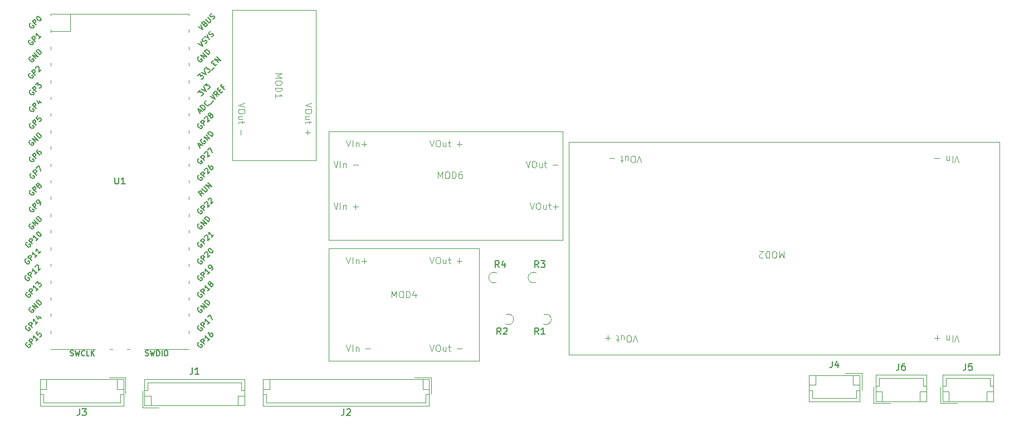
<source format=gbr>
%TF.GenerationSoftware,KiCad,Pcbnew,(7.0.0)*%
%TF.CreationDate,2023-05-30T23:08:45+10:00*%
%TF.ProjectId,spot-welder,73706f74-2d77-4656-9c64-65722e6b6963,rev?*%
%TF.SameCoordinates,Original*%
%TF.FileFunction,Legend,Top*%
%TF.FilePolarity,Positive*%
%FSLAX46Y46*%
G04 Gerber Fmt 4.6, Leading zero omitted, Abs format (unit mm)*
G04 Created by KiCad (PCBNEW (7.0.0)) date 2023-05-30 23:08:45*
%MOMM*%
%LPD*%
G01*
G04 APERTURE LIST*
%ADD10C,0.100000*%
%ADD11C,0.150000*%
%ADD12C,0.120000*%
G04 APERTURE END LIST*
D10*
%TO.C,MOD1*%
X51567619Y-22931667D02*
X52567619Y-22931667D01*
X52567619Y-22931667D02*
X51853333Y-23265000D01*
X51853333Y-23265000D02*
X52567619Y-23598333D01*
X52567619Y-23598333D02*
X51567619Y-23598333D01*
X52567619Y-24265000D02*
X52567619Y-24455476D01*
X52567619Y-24455476D02*
X52520000Y-24550714D01*
X52520000Y-24550714D02*
X52424761Y-24645952D01*
X52424761Y-24645952D02*
X52234285Y-24693571D01*
X52234285Y-24693571D02*
X51900952Y-24693571D01*
X51900952Y-24693571D02*
X51710476Y-24645952D01*
X51710476Y-24645952D02*
X51615238Y-24550714D01*
X51615238Y-24550714D02*
X51567619Y-24455476D01*
X51567619Y-24455476D02*
X51567619Y-24265000D01*
X51567619Y-24265000D02*
X51615238Y-24169762D01*
X51615238Y-24169762D02*
X51710476Y-24074524D01*
X51710476Y-24074524D02*
X51900952Y-24026905D01*
X51900952Y-24026905D02*
X52234285Y-24026905D01*
X52234285Y-24026905D02*
X52424761Y-24074524D01*
X52424761Y-24074524D02*
X52520000Y-24169762D01*
X52520000Y-24169762D02*
X52567619Y-24265000D01*
X51567619Y-25122143D02*
X52567619Y-25122143D01*
X52567619Y-25122143D02*
X52567619Y-25360238D01*
X52567619Y-25360238D02*
X52520000Y-25503095D01*
X52520000Y-25503095D02*
X52424761Y-25598333D01*
X52424761Y-25598333D02*
X52329523Y-25645952D01*
X52329523Y-25645952D02*
X52139047Y-25693571D01*
X52139047Y-25693571D02*
X51996190Y-25693571D01*
X51996190Y-25693571D02*
X51805714Y-25645952D01*
X51805714Y-25645952D02*
X51710476Y-25598333D01*
X51710476Y-25598333D02*
X51615238Y-25503095D01*
X51615238Y-25503095D02*
X51567619Y-25360238D01*
X51567619Y-25360238D02*
X51567619Y-25122143D01*
X51567619Y-26645952D02*
X51567619Y-26074524D01*
X51567619Y-26360238D02*
X52567619Y-26360238D01*
X52567619Y-26360238D02*
X52424761Y-26265000D01*
X52424761Y-26265000D02*
X52329523Y-26169762D01*
X52329523Y-26169762D02*
X52281904Y-26074524D01*
X46937619Y-27400238D02*
X45937619Y-27733571D01*
X45937619Y-27733571D02*
X46937619Y-28066904D01*
X46937619Y-28590714D02*
X46937619Y-28781190D01*
X46937619Y-28781190D02*
X46890000Y-28876428D01*
X46890000Y-28876428D02*
X46794761Y-28971666D01*
X46794761Y-28971666D02*
X46604285Y-29019285D01*
X46604285Y-29019285D02*
X46270952Y-29019285D01*
X46270952Y-29019285D02*
X46080476Y-28971666D01*
X46080476Y-28971666D02*
X45985238Y-28876428D01*
X45985238Y-28876428D02*
X45937619Y-28781190D01*
X45937619Y-28781190D02*
X45937619Y-28590714D01*
X45937619Y-28590714D02*
X45985238Y-28495476D01*
X45985238Y-28495476D02*
X46080476Y-28400238D01*
X46080476Y-28400238D02*
X46270952Y-28352619D01*
X46270952Y-28352619D02*
X46604285Y-28352619D01*
X46604285Y-28352619D02*
X46794761Y-28400238D01*
X46794761Y-28400238D02*
X46890000Y-28495476D01*
X46890000Y-28495476D02*
X46937619Y-28590714D01*
X46604285Y-29876428D02*
X45937619Y-29876428D01*
X46604285Y-29447857D02*
X46080476Y-29447857D01*
X46080476Y-29447857D02*
X45985238Y-29495476D01*
X45985238Y-29495476D02*
X45937619Y-29590714D01*
X45937619Y-29590714D02*
X45937619Y-29733571D01*
X45937619Y-29733571D02*
X45985238Y-29828809D01*
X45985238Y-29828809D02*
X46032857Y-29876428D01*
X46604285Y-30209762D02*
X46604285Y-30590714D01*
X46937619Y-30352619D02*
X46080476Y-30352619D01*
X46080476Y-30352619D02*
X45985238Y-30400238D01*
X45985238Y-30400238D02*
X45937619Y-30495476D01*
X45937619Y-30495476D02*
X45937619Y-30590714D01*
X46318571Y-31524048D02*
X46318571Y-32285953D01*
X57097619Y-27400238D02*
X56097619Y-27733571D01*
X56097619Y-27733571D02*
X57097619Y-28066904D01*
X57097619Y-28590714D02*
X57097619Y-28781190D01*
X57097619Y-28781190D02*
X57050000Y-28876428D01*
X57050000Y-28876428D02*
X56954761Y-28971666D01*
X56954761Y-28971666D02*
X56764285Y-29019285D01*
X56764285Y-29019285D02*
X56430952Y-29019285D01*
X56430952Y-29019285D02*
X56240476Y-28971666D01*
X56240476Y-28971666D02*
X56145238Y-28876428D01*
X56145238Y-28876428D02*
X56097619Y-28781190D01*
X56097619Y-28781190D02*
X56097619Y-28590714D01*
X56097619Y-28590714D02*
X56145238Y-28495476D01*
X56145238Y-28495476D02*
X56240476Y-28400238D01*
X56240476Y-28400238D02*
X56430952Y-28352619D01*
X56430952Y-28352619D02*
X56764285Y-28352619D01*
X56764285Y-28352619D02*
X56954761Y-28400238D01*
X56954761Y-28400238D02*
X57050000Y-28495476D01*
X57050000Y-28495476D02*
X57097619Y-28590714D01*
X56764285Y-29876428D02*
X56097619Y-29876428D01*
X56764285Y-29447857D02*
X56240476Y-29447857D01*
X56240476Y-29447857D02*
X56145238Y-29495476D01*
X56145238Y-29495476D02*
X56097619Y-29590714D01*
X56097619Y-29590714D02*
X56097619Y-29733571D01*
X56097619Y-29733571D02*
X56145238Y-29828809D01*
X56145238Y-29828809D02*
X56192857Y-29876428D01*
X56764285Y-30209762D02*
X56764285Y-30590714D01*
X57097619Y-30352619D02*
X56240476Y-30352619D01*
X56240476Y-30352619D02*
X56145238Y-30400238D01*
X56145238Y-30400238D02*
X56097619Y-30495476D01*
X56097619Y-30495476D02*
X56097619Y-30590714D01*
X56478571Y-31524048D02*
X56478571Y-32285953D01*
X56097619Y-31905000D02*
X56859523Y-31905000D01*
D11*
%TO.C,R1*%
X91588333Y-62612380D02*
X91255000Y-62136190D01*
X91016905Y-62612380D02*
X91016905Y-61612380D01*
X91016905Y-61612380D02*
X91397857Y-61612380D01*
X91397857Y-61612380D02*
X91493095Y-61660000D01*
X91493095Y-61660000D02*
X91540714Y-61707619D01*
X91540714Y-61707619D02*
X91588333Y-61802857D01*
X91588333Y-61802857D02*
X91588333Y-61945714D01*
X91588333Y-61945714D02*
X91540714Y-62040952D01*
X91540714Y-62040952D02*
X91493095Y-62088571D01*
X91493095Y-62088571D02*
X91397857Y-62136190D01*
X91397857Y-62136190D02*
X91016905Y-62136190D01*
X92540714Y-62612380D02*
X91969286Y-62612380D01*
X92255000Y-62612380D02*
X92255000Y-61612380D01*
X92255000Y-61612380D02*
X92159762Y-61755238D01*
X92159762Y-61755238D02*
X92064524Y-61850476D01*
X92064524Y-61850476D02*
X91969286Y-61898095D01*
D10*
%TO.C,MOD2*%
X128833332Y-49980119D02*
X128833332Y-50980119D01*
X128833332Y-50980119D02*
X128499999Y-50265833D01*
X128499999Y-50265833D02*
X128166666Y-50980119D01*
X128166666Y-50980119D02*
X128166666Y-49980119D01*
X127499999Y-50980119D02*
X127309523Y-50980119D01*
X127309523Y-50980119D02*
X127214285Y-50932500D01*
X127214285Y-50932500D02*
X127119047Y-50837261D01*
X127119047Y-50837261D02*
X127071428Y-50646785D01*
X127071428Y-50646785D02*
X127071428Y-50313452D01*
X127071428Y-50313452D02*
X127119047Y-50122976D01*
X127119047Y-50122976D02*
X127214285Y-50027738D01*
X127214285Y-50027738D02*
X127309523Y-49980119D01*
X127309523Y-49980119D02*
X127499999Y-49980119D01*
X127499999Y-49980119D02*
X127595237Y-50027738D01*
X127595237Y-50027738D02*
X127690475Y-50122976D01*
X127690475Y-50122976D02*
X127738094Y-50313452D01*
X127738094Y-50313452D02*
X127738094Y-50646785D01*
X127738094Y-50646785D02*
X127690475Y-50837261D01*
X127690475Y-50837261D02*
X127595237Y-50932500D01*
X127595237Y-50932500D02*
X127499999Y-50980119D01*
X126642856Y-49980119D02*
X126642856Y-50980119D01*
X126642856Y-50980119D02*
X126404761Y-50980119D01*
X126404761Y-50980119D02*
X126261904Y-50932500D01*
X126261904Y-50932500D02*
X126166666Y-50837261D01*
X126166666Y-50837261D02*
X126119047Y-50742023D01*
X126119047Y-50742023D02*
X126071428Y-50551547D01*
X126071428Y-50551547D02*
X126071428Y-50408690D01*
X126071428Y-50408690D02*
X126119047Y-50218214D01*
X126119047Y-50218214D02*
X126166666Y-50122976D01*
X126166666Y-50122976D02*
X126261904Y-50027738D01*
X126261904Y-50027738D02*
X126404761Y-49980119D01*
X126404761Y-49980119D02*
X126642856Y-49980119D01*
X125690475Y-50884880D02*
X125642856Y-50932500D01*
X125642856Y-50932500D02*
X125547618Y-50980119D01*
X125547618Y-50980119D02*
X125309523Y-50980119D01*
X125309523Y-50980119D02*
X125214285Y-50932500D01*
X125214285Y-50932500D02*
X125166666Y-50884880D01*
X125166666Y-50884880D02*
X125119047Y-50789642D01*
X125119047Y-50789642D02*
X125119047Y-50694404D01*
X125119047Y-50694404D02*
X125166666Y-50551547D01*
X125166666Y-50551547D02*
X125738094Y-49980119D01*
X125738094Y-49980119D02*
X125119047Y-49980119D01*
X106584761Y-63765119D02*
X106251428Y-62765119D01*
X106251428Y-62765119D02*
X105918095Y-63765119D01*
X105394285Y-63765119D02*
X105203809Y-63765119D01*
X105203809Y-63765119D02*
X105108571Y-63717500D01*
X105108571Y-63717500D02*
X105013333Y-63622261D01*
X105013333Y-63622261D02*
X104965714Y-63431785D01*
X104965714Y-63431785D02*
X104965714Y-63098452D01*
X104965714Y-63098452D02*
X105013333Y-62907976D01*
X105013333Y-62907976D02*
X105108571Y-62812738D01*
X105108571Y-62812738D02*
X105203809Y-62765119D01*
X105203809Y-62765119D02*
X105394285Y-62765119D01*
X105394285Y-62765119D02*
X105489523Y-62812738D01*
X105489523Y-62812738D02*
X105584761Y-62907976D01*
X105584761Y-62907976D02*
X105632380Y-63098452D01*
X105632380Y-63098452D02*
X105632380Y-63431785D01*
X105632380Y-63431785D02*
X105584761Y-63622261D01*
X105584761Y-63622261D02*
X105489523Y-63717500D01*
X105489523Y-63717500D02*
X105394285Y-63765119D01*
X104108571Y-63431785D02*
X104108571Y-62765119D01*
X104537142Y-63431785D02*
X104537142Y-62907976D01*
X104537142Y-62907976D02*
X104489523Y-62812738D01*
X104489523Y-62812738D02*
X104394285Y-62765119D01*
X104394285Y-62765119D02*
X104251428Y-62765119D01*
X104251428Y-62765119D02*
X104156190Y-62812738D01*
X104156190Y-62812738D02*
X104108571Y-62860357D01*
X103775237Y-63431785D02*
X103394285Y-63431785D01*
X103632380Y-63765119D02*
X103632380Y-62907976D01*
X103632380Y-62907976D02*
X103584761Y-62812738D01*
X103584761Y-62812738D02*
X103489523Y-62765119D01*
X103489523Y-62765119D02*
X103394285Y-62765119D01*
X102460951Y-63146071D02*
X101699047Y-63146071D01*
X102079999Y-62765119D02*
X102079999Y-63527023D01*
X107219761Y-36460119D02*
X106886428Y-35460119D01*
X106886428Y-35460119D02*
X106553095Y-36460119D01*
X106029285Y-36460119D02*
X105838809Y-36460119D01*
X105838809Y-36460119D02*
X105743571Y-36412500D01*
X105743571Y-36412500D02*
X105648333Y-36317261D01*
X105648333Y-36317261D02*
X105600714Y-36126785D01*
X105600714Y-36126785D02*
X105600714Y-35793452D01*
X105600714Y-35793452D02*
X105648333Y-35602976D01*
X105648333Y-35602976D02*
X105743571Y-35507738D01*
X105743571Y-35507738D02*
X105838809Y-35460119D01*
X105838809Y-35460119D02*
X106029285Y-35460119D01*
X106029285Y-35460119D02*
X106124523Y-35507738D01*
X106124523Y-35507738D02*
X106219761Y-35602976D01*
X106219761Y-35602976D02*
X106267380Y-35793452D01*
X106267380Y-35793452D02*
X106267380Y-36126785D01*
X106267380Y-36126785D02*
X106219761Y-36317261D01*
X106219761Y-36317261D02*
X106124523Y-36412500D01*
X106124523Y-36412500D02*
X106029285Y-36460119D01*
X104743571Y-36126785D02*
X104743571Y-35460119D01*
X105172142Y-36126785D02*
X105172142Y-35602976D01*
X105172142Y-35602976D02*
X105124523Y-35507738D01*
X105124523Y-35507738D02*
X105029285Y-35460119D01*
X105029285Y-35460119D02*
X104886428Y-35460119D01*
X104886428Y-35460119D02*
X104791190Y-35507738D01*
X104791190Y-35507738D02*
X104743571Y-35555357D01*
X104410237Y-36126785D02*
X104029285Y-36126785D01*
X104267380Y-36460119D02*
X104267380Y-35602976D01*
X104267380Y-35602976D02*
X104219761Y-35507738D01*
X104219761Y-35507738D02*
X104124523Y-35460119D01*
X104124523Y-35460119D02*
X104029285Y-35460119D01*
X103095951Y-35841071D02*
X102334047Y-35841071D01*
X155479761Y-63765119D02*
X155146428Y-62765119D01*
X155146428Y-62765119D02*
X154813095Y-63765119D01*
X154479761Y-62765119D02*
X154479761Y-63765119D01*
X154003571Y-63431785D02*
X154003571Y-62765119D01*
X154003571Y-63336547D02*
X153955952Y-63384166D01*
X153955952Y-63384166D02*
X153860714Y-63431785D01*
X153860714Y-63431785D02*
X153717857Y-63431785D01*
X153717857Y-63431785D02*
X153622619Y-63384166D01*
X153622619Y-63384166D02*
X153575000Y-63288928D01*
X153575000Y-63288928D02*
X153575000Y-62765119D01*
X152498809Y-63146071D02*
X151736905Y-63146071D01*
X152117857Y-62765119D02*
X152117857Y-63527023D01*
X155479761Y-36460119D02*
X155146428Y-35460119D01*
X155146428Y-35460119D02*
X154813095Y-36460119D01*
X154479761Y-35460119D02*
X154479761Y-36460119D01*
X154003571Y-36126785D02*
X154003571Y-35460119D01*
X154003571Y-36031547D02*
X153955952Y-36079166D01*
X153955952Y-36079166D02*
X153860714Y-36126785D01*
X153860714Y-36126785D02*
X153717857Y-36126785D01*
X153717857Y-36126785D02*
X153622619Y-36079166D01*
X153622619Y-36079166D02*
X153575000Y-35983928D01*
X153575000Y-35983928D02*
X153575000Y-35460119D01*
X152498809Y-35841071D02*
X151736905Y-35841071D01*
D11*
%TO.C,J2*%
X62016666Y-73922380D02*
X62016666Y-74636666D01*
X62016666Y-74636666D02*
X61969047Y-74779523D01*
X61969047Y-74779523D02*
X61873809Y-74874761D01*
X61873809Y-74874761D02*
X61730952Y-74922380D01*
X61730952Y-74922380D02*
X61635714Y-74922380D01*
X62445238Y-74017619D02*
X62492857Y-73970000D01*
X62492857Y-73970000D02*
X62588095Y-73922380D01*
X62588095Y-73922380D02*
X62826190Y-73922380D01*
X62826190Y-73922380D02*
X62921428Y-73970000D01*
X62921428Y-73970000D02*
X62969047Y-74017619D01*
X62969047Y-74017619D02*
X63016666Y-74112857D01*
X63016666Y-74112857D02*
X63016666Y-74208095D01*
X63016666Y-74208095D02*
X62969047Y-74350952D01*
X62969047Y-74350952D02*
X62397619Y-74922380D01*
X62397619Y-74922380D02*
X63016666Y-74922380D01*
%TO.C,J1*%
X38956666Y-67687380D02*
X38956666Y-68401666D01*
X38956666Y-68401666D02*
X38909047Y-68544523D01*
X38909047Y-68544523D02*
X38813809Y-68639761D01*
X38813809Y-68639761D02*
X38670952Y-68687380D01*
X38670952Y-68687380D02*
X38575714Y-68687380D01*
X39956666Y-68687380D02*
X39385238Y-68687380D01*
X39670952Y-68687380D02*
X39670952Y-67687380D01*
X39670952Y-67687380D02*
X39575714Y-67830238D01*
X39575714Y-67830238D02*
X39480476Y-67925476D01*
X39480476Y-67925476D02*
X39385238Y-67973095D01*
D10*
%TO.C,MOD6*%
X76271667Y-38872380D02*
X76271667Y-37872380D01*
X76271667Y-37872380D02*
X76605000Y-38586666D01*
X76605000Y-38586666D02*
X76938333Y-37872380D01*
X76938333Y-37872380D02*
X76938333Y-38872380D01*
X77605000Y-37872380D02*
X77795476Y-37872380D01*
X77795476Y-37872380D02*
X77890714Y-37920000D01*
X77890714Y-37920000D02*
X77985952Y-38015238D01*
X77985952Y-38015238D02*
X78033571Y-38205714D01*
X78033571Y-38205714D02*
X78033571Y-38539047D01*
X78033571Y-38539047D02*
X77985952Y-38729523D01*
X77985952Y-38729523D02*
X77890714Y-38824761D01*
X77890714Y-38824761D02*
X77795476Y-38872380D01*
X77795476Y-38872380D02*
X77605000Y-38872380D01*
X77605000Y-38872380D02*
X77509762Y-38824761D01*
X77509762Y-38824761D02*
X77414524Y-38729523D01*
X77414524Y-38729523D02*
X77366905Y-38539047D01*
X77366905Y-38539047D02*
X77366905Y-38205714D01*
X77366905Y-38205714D02*
X77414524Y-38015238D01*
X77414524Y-38015238D02*
X77509762Y-37920000D01*
X77509762Y-37920000D02*
X77605000Y-37872380D01*
X78462143Y-38872380D02*
X78462143Y-37872380D01*
X78462143Y-37872380D02*
X78700238Y-37872380D01*
X78700238Y-37872380D02*
X78843095Y-37920000D01*
X78843095Y-37920000D02*
X78938333Y-38015238D01*
X78938333Y-38015238D02*
X78985952Y-38110476D01*
X78985952Y-38110476D02*
X79033571Y-38300952D01*
X79033571Y-38300952D02*
X79033571Y-38443809D01*
X79033571Y-38443809D02*
X78985952Y-38634285D01*
X78985952Y-38634285D02*
X78938333Y-38729523D01*
X78938333Y-38729523D02*
X78843095Y-38824761D01*
X78843095Y-38824761D02*
X78700238Y-38872380D01*
X78700238Y-38872380D02*
X78462143Y-38872380D01*
X79890714Y-37872380D02*
X79700238Y-37872380D01*
X79700238Y-37872380D02*
X79605000Y-37920000D01*
X79605000Y-37920000D02*
X79557381Y-37967619D01*
X79557381Y-37967619D02*
X79462143Y-38110476D01*
X79462143Y-38110476D02*
X79414524Y-38300952D01*
X79414524Y-38300952D02*
X79414524Y-38681904D01*
X79414524Y-38681904D02*
X79462143Y-38777142D01*
X79462143Y-38777142D02*
X79509762Y-38824761D01*
X79509762Y-38824761D02*
X79605000Y-38872380D01*
X79605000Y-38872380D02*
X79795476Y-38872380D01*
X79795476Y-38872380D02*
X79890714Y-38824761D01*
X79890714Y-38824761D02*
X79938333Y-38777142D01*
X79938333Y-38777142D02*
X79985952Y-38681904D01*
X79985952Y-38681904D02*
X79985952Y-38443809D01*
X79985952Y-38443809D02*
X79938333Y-38348571D01*
X79938333Y-38348571D02*
X79890714Y-38300952D01*
X79890714Y-38300952D02*
X79795476Y-38253333D01*
X79795476Y-38253333D02*
X79605000Y-38253333D01*
X79605000Y-38253333D02*
X79509762Y-38300952D01*
X79509762Y-38300952D02*
X79462143Y-38348571D01*
X79462143Y-38348571D02*
X79414524Y-38443809D01*
X60420238Y-42597380D02*
X60753571Y-43597380D01*
X60753571Y-43597380D02*
X61086904Y-42597380D01*
X61420238Y-43597380D02*
X61420238Y-42597380D01*
X61896428Y-42930714D02*
X61896428Y-43597380D01*
X61896428Y-43025952D02*
X61944047Y-42978333D01*
X61944047Y-42978333D02*
X62039285Y-42930714D01*
X62039285Y-42930714D02*
X62182142Y-42930714D01*
X62182142Y-42930714D02*
X62277380Y-42978333D01*
X62277380Y-42978333D02*
X62324999Y-43073571D01*
X62324999Y-43073571D02*
X62324999Y-43597380D01*
X63401190Y-43216428D02*
X64163095Y-43216428D01*
X63782142Y-43597380D02*
X63782142Y-42835476D01*
X90265238Y-42597380D02*
X90598571Y-43597380D01*
X90598571Y-43597380D02*
X90931904Y-42597380D01*
X91455714Y-42597380D02*
X91646190Y-42597380D01*
X91646190Y-42597380D02*
X91741428Y-42645000D01*
X91741428Y-42645000D02*
X91836666Y-42740238D01*
X91836666Y-42740238D02*
X91884285Y-42930714D01*
X91884285Y-42930714D02*
X91884285Y-43264047D01*
X91884285Y-43264047D02*
X91836666Y-43454523D01*
X91836666Y-43454523D02*
X91741428Y-43549761D01*
X91741428Y-43549761D02*
X91646190Y-43597380D01*
X91646190Y-43597380D02*
X91455714Y-43597380D01*
X91455714Y-43597380D02*
X91360476Y-43549761D01*
X91360476Y-43549761D02*
X91265238Y-43454523D01*
X91265238Y-43454523D02*
X91217619Y-43264047D01*
X91217619Y-43264047D02*
X91217619Y-42930714D01*
X91217619Y-42930714D02*
X91265238Y-42740238D01*
X91265238Y-42740238D02*
X91360476Y-42645000D01*
X91360476Y-42645000D02*
X91455714Y-42597380D01*
X92741428Y-42930714D02*
X92741428Y-43597380D01*
X92312857Y-42930714D02*
X92312857Y-43454523D01*
X92312857Y-43454523D02*
X92360476Y-43549761D01*
X92360476Y-43549761D02*
X92455714Y-43597380D01*
X92455714Y-43597380D02*
X92598571Y-43597380D01*
X92598571Y-43597380D02*
X92693809Y-43549761D01*
X92693809Y-43549761D02*
X92741428Y-43502142D01*
X93074762Y-42930714D02*
X93455714Y-42930714D01*
X93217619Y-42597380D02*
X93217619Y-43454523D01*
X93217619Y-43454523D02*
X93265238Y-43549761D01*
X93265238Y-43549761D02*
X93360476Y-43597380D01*
X93360476Y-43597380D02*
X93455714Y-43597380D01*
X93789048Y-43216428D02*
X94550953Y-43216428D01*
X94170000Y-43597380D02*
X94170000Y-42835476D01*
X89630238Y-36247380D02*
X89963571Y-37247380D01*
X89963571Y-37247380D02*
X90296904Y-36247380D01*
X90820714Y-36247380D02*
X91011190Y-36247380D01*
X91011190Y-36247380D02*
X91106428Y-36295000D01*
X91106428Y-36295000D02*
X91201666Y-36390238D01*
X91201666Y-36390238D02*
X91249285Y-36580714D01*
X91249285Y-36580714D02*
X91249285Y-36914047D01*
X91249285Y-36914047D02*
X91201666Y-37104523D01*
X91201666Y-37104523D02*
X91106428Y-37199761D01*
X91106428Y-37199761D02*
X91011190Y-37247380D01*
X91011190Y-37247380D02*
X90820714Y-37247380D01*
X90820714Y-37247380D02*
X90725476Y-37199761D01*
X90725476Y-37199761D02*
X90630238Y-37104523D01*
X90630238Y-37104523D02*
X90582619Y-36914047D01*
X90582619Y-36914047D02*
X90582619Y-36580714D01*
X90582619Y-36580714D02*
X90630238Y-36390238D01*
X90630238Y-36390238D02*
X90725476Y-36295000D01*
X90725476Y-36295000D02*
X90820714Y-36247380D01*
X92106428Y-36580714D02*
X92106428Y-37247380D01*
X91677857Y-36580714D02*
X91677857Y-37104523D01*
X91677857Y-37104523D02*
X91725476Y-37199761D01*
X91725476Y-37199761D02*
X91820714Y-37247380D01*
X91820714Y-37247380D02*
X91963571Y-37247380D01*
X91963571Y-37247380D02*
X92058809Y-37199761D01*
X92058809Y-37199761D02*
X92106428Y-37152142D01*
X92439762Y-36580714D02*
X92820714Y-36580714D01*
X92582619Y-36247380D02*
X92582619Y-37104523D01*
X92582619Y-37104523D02*
X92630238Y-37199761D01*
X92630238Y-37199761D02*
X92725476Y-37247380D01*
X92725476Y-37247380D02*
X92820714Y-37247380D01*
X93754048Y-36866428D02*
X94515953Y-36866428D01*
X75025238Y-33072380D02*
X75358571Y-34072380D01*
X75358571Y-34072380D02*
X75691904Y-33072380D01*
X76215714Y-33072380D02*
X76406190Y-33072380D01*
X76406190Y-33072380D02*
X76501428Y-33120000D01*
X76501428Y-33120000D02*
X76596666Y-33215238D01*
X76596666Y-33215238D02*
X76644285Y-33405714D01*
X76644285Y-33405714D02*
X76644285Y-33739047D01*
X76644285Y-33739047D02*
X76596666Y-33929523D01*
X76596666Y-33929523D02*
X76501428Y-34024761D01*
X76501428Y-34024761D02*
X76406190Y-34072380D01*
X76406190Y-34072380D02*
X76215714Y-34072380D01*
X76215714Y-34072380D02*
X76120476Y-34024761D01*
X76120476Y-34024761D02*
X76025238Y-33929523D01*
X76025238Y-33929523D02*
X75977619Y-33739047D01*
X75977619Y-33739047D02*
X75977619Y-33405714D01*
X75977619Y-33405714D02*
X76025238Y-33215238D01*
X76025238Y-33215238D02*
X76120476Y-33120000D01*
X76120476Y-33120000D02*
X76215714Y-33072380D01*
X77501428Y-33405714D02*
X77501428Y-34072380D01*
X77072857Y-33405714D02*
X77072857Y-33929523D01*
X77072857Y-33929523D02*
X77120476Y-34024761D01*
X77120476Y-34024761D02*
X77215714Y-34072380D01*
X77215714Y-34072380D02*
X77358571Y-34072380D01*
X77358571Y-34072380D02*
X77453809Y-34024761D01*
X77453809Y-34024761D02*
X77501428Y-33977142D01*
X77834762Y-33405714D02*
X78215714Y-33405714D01*
X77977619Y-33072380D02*
X77977619Y-33929523D01*
X77977619Y-33929523D02*
X78025238Y-34024761D01*
X78025238Y-34024761D02*
X78120476Y-34072380D01*
X78120476Y-34072380D02*
X78215714Y-34072380D01*
X79149048Y-33691428D02*
X79910953Y-33691428D01*
X79530000Y-34072380D02*
X79530000Y-33310476D01*
X60420238Y-36247380D02*
X60753571Y-37247380D01*
X60753571Y-37247380D02*
X61086904Y-36247380D01*
X61420238Y-37247380D02*
X61420238Y-36247380D01*
X61896428Y-36580714D02*
X61896428Y-37247380D01*
X61896428Y-36675952D02*
X61944047Y-36628333D01*
X61944047Y-36628333D02*
X62039285Y-36580714D01*
X62039285Y-36580714D02*
X62182142Y-36580714D01*
X62182142Y-36580714D02*
X62277380Y-36628333D01*
X62277380Y-36628333D02*
X62324999Y-36723571D01*
X62324999Y-36723571D02*
X62324999Y-37247380D01*
X63401190Y-36866428D02*
X64163095Y-36866428D01*
X62325238Y-33072380D02*
X62658571Y-34072380D01*
X62658571Y-34072380D02*
X62991904Y-33072380D01*
X63325238Y-34072380D02*
X63325238Y-33072380D01*
X63801428Y-33405714D02*
X63801428Y-34072380D01*
X63801428Y-33500952D02*
X63849047Y-33453333D01*
X63849047Y-33453333D02*
X63944285Y-33405714D01*
X63944285Y-33405714D02*
X64087142Y-33405714D01*
X64087142Y-33405714D02*
X64182380Y-33453333D01*
X64182380Y-33453333D02*
X64229999Y-33548571D01*
X64229999Y-33548571D02*
X64229999Y-34072380D01*
X64706190Y-33691428D02*
X65468095Y-33691428D01*
X65087142Y-34072380D02*
X65087142Y-33310476D01*
D11*
%TO.C,J6*%
X146331666Y-67052380D02*
X146331666Y-67766666D01*
X146331666Y-67766666D02*
X146284047Y-67909523D01*
X146284047Y-67909523D02*
X146188809Y-68004761D01*
X146188809Y-68004761D02*
X146045952Y-68052380D01*
X146045952Y-68052380D02*
X145950714Y-68052380D01*
X147236428Y-67052380D02*
X147045952Y-67052380D01*
X147045952Y-67052380D02*
X146950714Y-67100000D01*
X146950714Y-67100000D02*
X146903095Y-67147619D01*
X146903095Y-67147619D02*
X146807857Y-67290476D01*
X146807857Y-67290476D02*
X146760238Y-67480952D01*
X146760238Y-67480952D02*
X146760238Y-67861904D01*
X146760238Y-67861904D02*
X146807857Y-67957142D01*
X146807857Y-67957142D02*
X146855476Y-68004761D01*
X146855476Y-68004761D02*
X146950714Y-68052380D01*
X146950714Y-68052380D02*
X147141190Y-68052380D01*
X147141190Y-68052380D02*
X147236428Y-68004761D01*
X147236428Y-68004761D02*
X147284047Y-67957142D01*
X147284047Y-67957142D02*
X147331666Y-67861904D01*
X147331666Y-67861904D02*
X147331666Y-67623809D01*
X147331666Y-67623809D02*
X147284047Y-67528571D01*
X147284047Y-67528571D02*
X147236428Y-67480952D01*
X147236428Y-67480952D02*
X147141190Y-67433333D01*
X147141190Y-67433333D02*
X146950714Y-67433333D01*
X146950714Y-67433333D02*
X146855476Y-67480952D01*
X146855476Y-67480952D02*
X146807857Y-67528571D01*
X146807857Y-67528571D02*
X146760238Y-67623809D01*
D10*
%TO.C,MOD4*%
X69286667Y-57017380D02*
X69286667Y-56017380D01*
X69286667Y-56017380D02*
X69620000Y-56731666D01*
X69620000Y-56731666D02*
X69953333Y-56017380D01*
X69953333Y-56017380D02*
X69953333Y-57017380D01*
X70620000Y-56017380D02*
X70810476Y-56017380D01*
X70810476Y-56017380D02*
X70905714Y-56065000D01*
X70905714Y-56065000D02*
X71000952Y-56160238D01*
X71000952Y-56160238D02*
X71048571Y-56350714D01*
X71048571Y-56350714D02*
X71048571Y-56684047D01*
X71048571Y-56684047D02*
X71000952Y-56874523D01*
X71000952Y-56874523D02*
X70905714Y-56969761D01*
X70905714Y-56969761D02*
X70810476Y-57017380D01*
X70810476Y-57017380D02*
X70620000Y-57017380D01*
X70620000Y-57017380D02*
X70524762Y-56969761D01*
X70524762Y-56969761D02*
X70429524Y-56874523D01*
X70429524Y-56874523D02*
X70381905Y-56684047D01*
X70381905Y-56684047D02*
X70381905Y-56350714D01*
X70381905Y-56350714D02*
X70429524Y-56160238D01*
X70429524Y-56160238D02*
X70524762Y-56065000D01*
X70524762Y-56065000D02*
X70620000Y-56017380D01*
X71477143Y-57017380D02*
X71477143Y-56017380D01*
X71477143Y-56017380D02*
X71715238Y-56017380D01*
X71715238Y-56017380D02*
X71858095Y-56065000D01*
X71858095Y-56065000D02*
X71953333Y-56160238D01*
X71953333Y-56160238D02*
X72000952Y-56255476D01*
X72000952Y-56255476D02*
X72048571Y-56445952D01*
X72048571Y-56445952D02*
X72048571Y-56588809D01*
X72048571Y-56588809D02*
X72000952Y-56779285D01*
X72000952Y-56779285D02*
X71953333Y-56874523D01*
X71953333Y-56874523D02*
X71858095Y-56969761D01*
X71858095Y-56969761D02*
X71715238Y-57017380D01*
X71715238Y-57017380D02*
X71477143Y-57017380D01*
X72905714Y-56350714D02*
X72905714Y-57017380D01*
X72667619Y-55969761D02*
X72429524Y-56684047D01*
X72429524Y-56684047D02*
X73048571Y-56684047D01*
X75025238Y-50852380D02*
X75358571Y-51852380D01*
X75358571Y-51852380D02*
X75691904Y-50852380D01*
X76215714Y-50852380D02*
X76406190Y-50852380D01*
X76406190Y-50852380D02*
X76501428Y-50900000D01*
X76501428Y-50900000D02*
X76596666Y-50995238D01*
X76596666Y-50995238D02*
X76644285Y-51185714D01*
X76644285Y-51185714D02*
X76644285Y-51519047D01*
X76644285Y-51519047D02*
X76596666Y-51709523D01*
X76596666Y-51709523D02*
X76501428Y-51804761D01*
X76501428Y-51804761D02*
X76406190Y-51852380D01*
X76406190Y-51852380D02*
X76215714Y-51852380D01*
X76215714Y-51852380D02*
X76120476Y-51804761D01*
X76120476Y-51804761D02*
X76025238Y-51709523D01*
X76025238Y-51709523D02*
X75977619Y-51519047D01*
X75977619Y-51519047D02*
X75977619Y-51185714D01*
X75977619Y-51185714D02*
X76025238Y-50995238D01*
X76025238Y-50995238D02*
X76120476Y-50900000D01*
X76120476Y-50900000D02*
X76215714Y-50852380D01*
X77501428Y-51185714D02*
X77501428Y-51852380D01*
X77072857Y-51185714D02*
X77072857Y-51709523D01*
X77072857Y-51709523D02*
X77120476Y-51804761D01*
X77120476Y-51804761D02*
X77215714Y-51852380D01*
X77215714Y-51852380D02*
X77358571Y-51852380D01*
X77358571Y-51852380D02*
X77453809Y-51804761D01*
X77453809Y-51804761D02*
X77501428Y-51757142D01*
X77834762Y-51185714D02*
X78215714Y-51185714D01*
X77977619Y-50852380D02*
X77977619Y-51709523D01*
X77977619Y-51709523D02*
X78025238Y-51804761D01*
X78025238Y-51804761D02*
X78120476Y-51852380D01*
X78120476Y-51852380D02*
X78215714Y-51852380D01*
X79149048Y-51471428D02*
X79910953Y-51471428D01*
X79530000Y-51852380D02*
X79530000Y-51090476D01*
X75025238Y-64187380D02*
X75358571Y-65187380D01*
X75358571Y-65187380D02*
X75691904Y-64187380D01*
X76215714Y-64187380D02*
X76406190Y-64187380D01*
X76406190Y-64187380D02*
X76501428Y-64235000D01*
X76501428Y-64235000D02*
X76596666Y-64330238D01*
X76596666Y-64330238D02*
X76644285Y-64520714D01*
X76644285Y-64520714D02*
X76644285Y-64854047D01*
X76644285Y-64854047D02*
X76596666Y-65044523D01*
X76596666Y-65044523D02*
X76501428Y-65139761D01*
X76501428Y-65139761D02*
X76406190Y-65187380D01*
X76406190Y-65187380D02*
X76215714Y-65187380D01*
X76215714Y-65187380D02*
X76120476Y-65139761D01*
X76120476Y-65139761D02*
X76025238Y-65044523D01*
X76025238Y-65044523D02*
X75977619Y-64854047D01*
X75977619Y-64854047D02*
X75977619Y-64520714D01*
X75977619Y-64520714D02*
X76025238Y-64330238D01*
X76025238Y-64330238D02*
X76120476Y-64235000D01*
X76120476Y-64235000D02*
X76215714Y-64187380D01*
X77501428Y-64520714D02*
X77501428Y-65187380D01*
X77072857Y-64520714D02*
X77072857Y-65044523D01*
X77072857Y-65044523D02*
X77120476Y-65139761D01*
X77120476Y-65139761D02*
X77215714Y-65187380D01*
X77215714Y-65187380D02*
X77358571Y-65187380D01*
X77358571Y-65187380D02*
X77453809Y-65139761D01*
X77453809Y-65139761D02*
X77501428Y-65092142D01*
X77834762Y-64520714D02*
X78215714Y-64520714D01*
X77977619Y-64187380D02*
X77977619Y-65044523D01*
X77977619Y-65044523D02*
X78025238Y-65139761D01*
X78025238Y-65139761D02*
X78120476Y-65187380D01*
X78120476Y-65187380D02*
X78215714Y-65187380D01*
X79149048Y-64806428D02*
X79910953Y-64806428D01*
X62325238Y-50852380D02*
X62658571Y-51852380D01*
X62658571Y-51852380D02*
X62991904Y-50852380D01*
X63325238Y-51852380D02*
X63325238Y-50852380D01*
X63801428Y-51185714D02*
X63801428Y-51852380D01*
X63801428Y-51280952D02*
X63849047Y-51233333D01*
X63849047Y-51233333D02*
X63944285Y-51185714D01*
X63944285Y-51185714D02*
X64087142Y-51185714D01*
X64087142Y-51185714D02*
X64182380Y-51233333D01*
X64182380Y-51233333D02*
X64229999Y-51328571D01*
X64229999Y-51328571D02*
X64229999Y-51852380D01*
X64706190Y-51471428D02*
X65468095Y-51471428D01*
X65087142Y-51852380D02*
X65087142Y-51090476D01*
X62325238Y-64187380D02*
X62658571Y-65187380D01*
X62658571Y-65187380D02*
X62991904Y-64187380D01*
X63325238Y-65187380D02*
X63325238Y-64187380D01*
X63801428Y-64520714D02*
X63801428Y-65187380D01*
X63801428Y-64615952D02*
X63849047Y-64568333D01*
X63849047Y-64568333D02*
X63944285Y-64520714D01*
X63944285Y-64520714D02*
X64087142Y-64520714D01*
X64087142Y-64520714D02*
X64182380Y-64568333D01*
X64182380Y-64568333D02*
X64229999Y-64663571D01*
X64229999Y-64663571D02*
X64229999Y-65187380D01*
X65306190Y-64806428D02*
X66068095Y-64806428D01*
D11*
%TO.C,R3*%
X91588333Y-52422380D02*
X91255000Y-51946190D01*
X91016905Y-52422380D02*
X91016905Y-51422380D01*
X91016905Y-51422380D02*
X91397857Y-51422380D01*
X91397857Y-51422380D02*
X91493095Y-51470000D01*
X91493095Y-51470000D02*
X91540714Y-51517619D01*
X91540714Y-51517619D02*
X91588333Y-51612857D01*
X91588333Y-51612857D02*
X91588333Y-51755714D01*
X91588333Y-51755714D02*
X91540714Y-51850952D01*
X91540714Y-51850952D02*
X91493095Y-51898571D01*
X91493095Y-51898571D02*
X91397857Y-51946190D01*
X91397857Y-51946190D02*
X91016905Y-51946190D01*
X91921667Y-51422380D02*
X92540714Y-51422380D01*
X92540714Y-51422380D02*
X92207381Y-51803333D01*
X92207381Y-51803333D02*
X92350238Y-51803333D01*
X92350238Y-51803333D02*
X92445476Y-51850952D01*
X92445476Y-51850952D02*
X92493095Y-51898571D01*
X92493095Y-51898571D02*
X92540714Y-51993809D01*
X92540714Y-51993809D02*
X92540714Y-52231904D01*
X92540714Y-52231904D02*
X92493095Y-52327142D01*
X92493095Y-52327142D02*
X92445476Y-52374761D01*
X92445476Y-52374761D02*
X92350238Y-52422380D01*
X92350238Y-52422380D02*
X92064524Y-52422380D01*
X92064524Y-52422380D02*
X91969286Y-52374761D01*
X91969286Y-52374761D02*
X91921667Y-52327142D01*
%TO.C,U1*%
X27178095Y-38737380D02*
X27178095Y-39546904D01*
X27178095Y-39546904D02*
X27225714Y-39642142D01*
X27225714Y-39642142D02*
X27273333Y-39689761D01*
X27273333Y-39689761D02*
X27368571Y-39737380D01*
X27368571Y-39737380D02*
X27559047Y-39737380D01*
X27559047Y-39737380D02*
X27654285Y-39689761D01*
X27654285Y-39689761D02*
X27701904Y-39642142D01*
X27701904Y-39642142D02*
X27749523Y-39546904D01*
X27749523Y-39546904D02*
X27749523Y-38737380D01*
X28749523Y-39737380D02*
X28178095Y-39737380D01*
X28463809Y-39737380D02*
X28463809Y-38737380D01*
X28463809Y-38737380D02*
X28368571Y-38880238D01*
X28368571Y-38880238D02*
X28273333Y-38975476D01*
X28273333Y-38975476D02*
X28178095Y-39023095D01*
X39978076Y-20420072D02*
X39897263Y-20447009D01*
X39897263Y-20447009D02*
X39816451Y-20527821D01*
X39816451Y-20527821D02*
X39762576Y-20635571D01*
X39762576Y-20635571D02*
X39762576Y-20743320D01*
X39762576Y-20743320D02*
X39789514Y-20824133D01*
X39789514Y-20824133D02*
X39870326Y-20958820D01*
X39870326Y-20958820D02*
X39951138Y-21039632D01*
X39951138Y-21039632D02*
X40085825Y-21120444D01*
X40085825Y-21120444D02*
X40166637Y-21147381D01*
X40166637Y-21147381D02*
X40274387Y-21147381D01*
X40274387Y-21147381D02*
X40382137Y-21093507D01*
X40382137Y-21093507D02*
X40436011Y-21039632D01*
X40436011Y-21039632D02*
X40489886Y-20931882D01*
X40489886Y-20931882D02*
X40489886Y-20878007D01*
X40489886Y-20878007D02*
X40301324Y-20689446D01*
X40301324Y-20689446D02*
X40193575Y-20797195D01*
X40786198Y-20689446D02*
X40220512Y-20123760D01*
X40220512Y-20123760D02*
X41109446Y-20366197D01*
X41109446Y-20366197D02*
X40543761Y-19800511D01*
X41378820Y-20096823D02*
X40813135Y-19531137D01*
X40813135Y-19531137D02*
X40947822Y-19396450D01*
X40947822Y-19396450D02*
X41055571Y-19342576D01*
X41055571Y-19342576D02*
X41163321Y-19342576D01*
X41163321Y-19342576D02*
X41244133Y-19369513D01*
X41244133Y-19369513D02*
X41378820Y-19450325D01*
X41378820Y-19450325D02*
X41459632Y-19531137D01*
X41459632Y-19531137D02*
X41540445Y-19665824D01*
X41540445Y-19665824D02*
X41567382Y-19746637D01*
X41567382Y-19746637D02*
X41567382Y-19854386D01*
X41567382Y-19854386D02*
X41513507Y-19962136D01*
X41513507Y-19962136D02*
X41378820Y-20096823D01*
X39814048Y-23280224D02*
X40164234Y-22930038D01*
X40164234Y-22930038D02*
X40191172Y-23334099D01*
X40191172Y-23334099D02*
X40271984Y-23253287D01*
X40271984Y-23253287D02*
X40352796Y-23226350D01*
X40352796Y-23226350D02*
X40406671Y-23226350D01*
X40406671Y-23226350D02*
X40487483Y-23253287D01*
X40487483Y-23253287D02*
X40622170Y-23387974D01*
X40622170Y-23387974D02*
X40649107Y-23468786D01*
X40649107Y-23468786D02*
X40649107Y-23522661D01*
X40649107Y-23522661D02*
X40622170Y-23603473D01*
X40622170Y-23603473D02*
X40460546Y-23765098D01*
X40460546Y-23765098D02*
X40379733Y-23792035D01*
X40379733Y-23792035D02*
X40325859Y-23792035D01*
X40325859Y-22768414D02*
X41080106Y-23145537D01*
X41080106Y-23145537D02*
X40702982Y-22391290D01*
X40837669Y-22256603D02*
X41187855Y-21906417D01*
X41187855Y-21906417D02*
X41214793Y-22310478D01*
X41214793Y-22310478D02*
X41295605Y-22229666D01*
X41295605Y-22229666D02*
X41376417Y-22202728D01*
X41376417Y-22202728D02*
X41430292Y-22202728D01*
X41430292Y-22202728D02*
X41511104Y-22229666D01*
X41511104Y-22229666D02*
X41645791Y-22364353D01*
X41645791Y-22364353D02*
X41672729Y-22445165D01*
X41672729Y-22445165D02*
X41672729Y-22499040D01*
X41672729Y-22499040D02*
X41645791Y-22579852D01*
X41645791Y-22579852D02*
X41484167Y-22741476D01*
X41484167Y-22741476D02*
X41403355Y-22768414D01*
X41403355Y-22768414D02*
X41349480Y-22768414D01*
X41915165Y-22418227D02*
X42346164Y-21987229D01*
X42130665Y-21502356D02*
X42319226Y-21313794D01*
X42696350Y-21529293D02*
X42426976Y-21798667D01*
X42426976Y-21798667D02*
X41861291Y-21232982D01*
X41861291Y-21232982D02*
X42130665Y-20963608D01*
X42938787Y-21286856D02*
X42373102Y-20721171D01*
X42373102Y-20721171D02*
X43262036Y-20963607D01*
X43262036Y-20963607D02*
X42696350Y-20397922D01*
X40730292Y-41265351D02*
X40272356Y-41184539D01*
X40407043Y-41588600D02*
X39841358Y-41022914D01*
X39841358Y-41022914D02*
X40056857Y-40807415D01*
X40056857Y-40807415D02*
X40137669Y-40780478D01*
X40137669Y-40780478D02*
X40191544Y-40780478D01*
X40191544Y-40780478D02*
X40272356Y-40807415D01*
X40272356Y-40807415D02*
X40353168Y-40888227D01*
X40353168Y-40888227D02*
X40380106Y-40969040D01*
X40380106Y-40969040D02*
X40380106Y-41022914D01*
X40380106Y-41022914D02*
X40353168Y-41103727D01*
X40353168Y-41103727D02*
X40137669Y-41319226D01*
X40407043Y-40457229D02*
X40864979Y-40915165D01*
X40864979Y-40915165D02*
X40945791Y-40942102D01*
X40945791Y-40942102D02*
X40999666Y-40942102D01*
X40999666Y-40942102D02*
X41080478Y-40915165D01*
X41080478Y-40915165D02*
X41188228Y-40807415D01*
X41188228Y-40807415D02*
X41215165Y-40726603D01*
X41215165Y-40726603D02*
X41215165Y-40672728D01*
X41215165Y-40672728D02*
X41188228Y-40591916D01*
X41188228Y-40591916D02*
X40730292Y-40133980D01*
X41565351Y-40430292D02*
X40999666Y-39864606D01*
X40999666Y-39864606D02*
X41888600Y-40107043D01*
X41888600Y-40107043D02*
X41322915Y-39541358D01*
X14305013Y-22933134D02*
X14224201Y-22960072D01*
X14224201Y-22960072D02*
X14143388Y-23040884D01*
X14143388Y-23040884D02*
X14089514Y-23148633D01*
X14089514Y-23148633D02*
X14089514Y-23256383D01*
X14089514Y-23256383D02*
X14116451Y-23337195D01*
X14116451Y-23337195D02*
X14197263Y-23471882D01*
X14197263Y-23471882D02*
X14278075Y-23552695D01*
X14278075Y-23552695D02*
X14412762Y-23633507D01*
X14412762Y-23633507D02*
X14493575Y-23660444D01*
X14493575Y-23660444D02*
X14601324Y-23660444D01*
X14601324Y-23660444D02*
X14709074Y-23606569D01*
X14709074Y-23606569D02*
X14762949Y-23552695D01*
X14762949Y-23552695D02*
X14816823Y-23444945D01*
X14816823Y-23444945D02*
X14816823Y-23391070D01*
X14816823Y-23391070D02*
X14628262Y-23202508D01*
X14628262Y-23202508D02*
X14520512Y-23310258D01*
X15113135Y-23202508D02*
X14547449Y-22636823D01*
X14547449Y-22636823D02*
X14762949Y-22421324D01*
X14762949Y-22421324D02*
X14843761Y-22394386D01*
X14843761Y-22394386D02*
X14897636Y-22394386D01*
X14897636Y-22394386D02*
X14978448Y-22421324D01*
X14978448Y-22421324D02*
X15059260Y-22502136D01*
X15059260Y-22502136D02*
X15086197Y-22582948D01*
X15086197Y-22582948D02*
X15086197Y-22636823D01*
X15086197Y-22636823D02*
X15059260Y-22717635D01*
X15059260Y-22717635D02*
X14843761Y-22933134D01*
X15140072Y-22151950D02*
X15140072Y-22098075D01*
X15140072Y-22098075D02*
X15167010Y-22017263D01*
X15167010Y-22017263D02*
X15301697Y-21882576D01*
X15301697Y-21882576D02*
X15382509Y-21855638D01*
X15382509Y-21855638D02*
X15436384Y-21855638D01*
X15436384Y-21855638D02*
X15517196Y-21882576D01*
X15517196Y-21882576D02*
X15571071Y-21936450D01*
X15571071Y-21936450D02*
X15624945Y-22044200D01*
X15624945Y-22044200D02*
X15624945Y-22690698D01*
X15624945Y-22690698D02*
X15975132Y-22340511D01*
X14405013Y-43253134D02*
X14324201Y-43280072D01*
X14324201Y-43280072D02*
X14243388Y-43360884D01*
X14243388Y-43360884D02*
X14189514Y-43468633D01*
X14189514Y-43468633D02*
X14189514Y-43576383D01*
X14189514Y-43576383D02*
X14216451Y-43657195D01*
X14216451Y-43657195D02*
X14297263Y-43791882D01*
X14297263Y-43791882D02*
X14378075Y-43872695D01*
X14378075Y-43872695D02*
X14512762Y-43953507D01*
X14512762Y-43953507D02*
X14593575Y-43980444D01*
X14593575Y-43980444D02*
X14701324Y-43980444D01*
X14701324Y-43980444D02*
X14809074Y-43926569D01*
X14809074Y-43926569D02*
X14862949Y-43872695D01*
X14862949Y-43872695D02*
X14916823Y-43764945D01*
X14916823Y-43764945D02*
X14916823Y-43711070D01*
X14916823Y-43711070D02*
X14728262Y-43522508D01*
X14728262Y-43522508D02*
X14620512Y-43630258D01*
X15213135Y-43522508D02*
X14647449Y-42956823D01*
X14647449Y-42956823D02*
X14862949Y-42741324D01*
X14862949Y-42741324D02*
X14943761Y-42714386D01*
X14943761Y-42714386D02*
X14997636Y-42714386D01*
X14997636Y-42714386D02*
X15078448Y-42741324D01*
X15078448Y-42741324D02*
X15159260Y-42822136D01*
X15159260Y-42822136D02*
X15186197Y-42902948D01*
X15186197Y-42902948D02*
X15186197Y-42956823D01*
X15186197Y-42956823D02*
X15159260Y-43037635D01*
X15159260Y-43037635D02*
X14943761Y-43253134D01*
X15805758Y-42929885D02*
X15913507Y-42822136D01*
X15913507Y-42822136D02*
X15940445Y-42741324D01*
X15940445Y-42741324D02*
X15940445Y-42687449D01*
X15940445Y-42687449D02*
X15913507Y-42552762D01*
X15913507Y-42552762D02*
X15832695Y-42418075D01*
X15832695Y-42418075D02*
X15617196Y-42202576D01*
X15617196Y-42202576D02*
X15536384Y-42175638D01*
X15536384Y-42175638D02*
X15482509Y-42175638D01*
X15482509Y-42175638D02*
X15401697Y-42202576D01*
X15401697Y-42202576D02*
X15293947Y-42310325D01*
X15293947Y-42310325D02*
X15267010Y-42391137D01*
X15267010Y-42391137D02*
X15267010Y-42445012D01*
X15267010Y-42445012D02*
X15293947Y-42525824D01*
X15293947Y-42525824D02*
X15428634Y-42660511D01*
X15428634Y-42660511D02*
X15509446Y-42687449D01*
X15509446Y-42687449D02*
X15563321Y-42687449D01*
X15563321Y-42687449D02*
X15644133Y-42660511D01*
X15644133Y-42660511D02*
X15751883Y-42552762D01*
X15751883Y-42552762D02*
X15778820Y-42471950D01*
X15778820Y-42471950D02*
X15778820Y-42418075D01*
X15778820Y-42418075D02*
X15751883Y-42337263D01*
X20430475Y-65825809D02*
X20544761Y-65863904D01*
X20544761Y-65863904D02*
X20735237Y-65863904D01*
X20735237Y-65863904D02*
X20811428Y-65825809D01*
X20811428Y-65825809D02*
X20849523Y-65787714D01*
X20849523Y-65787714D02*
X20887618Y-65711523D01*
X20887618Y-65711523D02*
X20887618Y-65635333D01*
X20887618Y-65635333D02*
X20849523Y-65559142D01*
X20849523Y-65559142D02*
X20811428Y-65521047D01*
X20811428Y-65521047D02*
X20735237Y-65482952D01*
X20735237Y-65482952D02*
X20582856Y-65444857D01*
X20582856Y-65444857D02*
X20506666Y-65406761D01*
X20506666Y-65406761D02*
X20468571Y-65368666D01*
X20468571Y-65368666D02*
X20430475Y-65292476D01*
X20430475Y-65292476D02*
X20430475Y-65216285D01*
X20430475Y-65216285D02*
X20468571Y-65140095D01*
X20468571Y-65140095D02*
X20506666Y-65102000D01*
X20506666Y-65102000D02*
X20582856Y-65063904D01*
X20582856Y-65063904D02*
X20773333Y-65063904D01*
X20773333Y-65063904D02*
X20887618Y-65102000D01*
X21154285Y-65063904D02*
X21344761Y-65863904D01*
X21344761Y-65863904D02*
X21497142Y-65292476D01*
X21497142Y-65292476D02*
X21649523Y-65863904D01*
X21649523Y-65863904D02*
X21840000Y-65063904D01*
X22601905Y-65787714D02*
X22563809Y-65825809D01*
X22563809Y-65825809D02*
X22449524Y-65863904D01*
X22449524Y-65863904D02*
X22373333Y-65863904D01*
X22373333Y-65863904D02*
X22259047Y-65825809D01*
X22259047Y-65825809D02*
X22182857Y-65749619D01*
X22182857Y-65749619D02*
X22144762Y-65673428D01*
X22144762Y-65673428D02*
X22106666Y-65521047D01*
X22106666Y-65521047D02*
X22106666Y-65406761D01*
X22106666Y-65406761D02*
X22144762Y-65254380D01*
X22144762Y-65254380D02*
X22182857Y-65178190D01*
X22182857Y-65178190D02*
X22259047Y-65102000D01*
X22259047Y-65102000D02*
X22373333Y-65063904D01*
X22373333Y-65063904D02*
X22449524Y-65063904D01*
X22449524Y-65063904D02*
X22563809Y-65102000D01*
X22563809Y-65102000D02*
X22601905Y-65140095D01*
X23325714Y-65863904D02*
X22944762Y-65863904D01*
X22944762Y-65863904D02*
X22944762Y-65063904D01*
X23592381Y-65863904D02*
X23592381Y-65063904D01*
X24049524Y-65863904D02*
X23706666Y-65406761D01*
X24049524Y-65063904D02*
X23592381Y-65521047D01*
X39989638Y-53682509D02*
X39908826Y-53709446D01*
X39908826Y-53709446D02*
X39828014Y-53790258D01*
X39828014Y-53790258D02*
X39774139Y-53898008D01*
X39774139Y-53898008D02*
X39774139Y-54005758D01*
X39774139Y-54005758D02*
X39801077Y-54086570D01*
X39801077Y-54086570D02*
X39881889Y-54221257D01*
X39881889Y-54221257D02*
X39962701Y-54302069D01*
X39962701Y-54302069D02*
X40097388Y-54382881D01*
X40097388Y-54382881D02*
X40178200Y-54409819D01*
X40178200Y-54409819D02*
X40285950Y-54409819D01*
X40285950Y-54409819D02*
X40393699Y-54355944D01*
X40393699Y-54355944D02*
X40447574Y-54302069D01*
X40447574Y-54302069D02*
X40501449Y-54194319D01*
X40501449Y-54194319D02*
X40501449Y-54140445D01*
X40501449Y-54140445D02*
X40312887Y-53951883D01*
X40312887Y-53951883D02*
X40205138Y-54059632D01*
X40797760Y-53951883D02*
X40232075Y-53386197D01*
X40232075Y-53386197D02*
X40447574Y-53170698D01*
X40447574Y-53170698D02*
X40528386Y-53143761D01*
X40528386Y-53143761D02*
X40582261Y-53143761D01*
X40582261Y-53143761D02*
X40663073Y-53170698D01*
X40663073Y-53170698D02*
X40743886Y-53251510D01*
X40743886Y-53251510D02*
X40770823Y-53332323D01*
X40770823Y-53332323D02*
X40770823Y-53386197D01*
X40770823Y-53386197D02*
X40743886Y-53467010D01*
X40743886Y-53467010D02*
X40528386Y-53682509D01*
X41659757Y-53089886D02*
X41336508Y-53413135D01*
X41498133Y-53251510D02*
X40932447Y-52685825D01*
X40932447Y-52685825D02*
X40959385Y-52820512D01*
X40959385Y-52820512D02*
X40959385Y-52928261D01*
X40959385Y-52928261D02*
X40932447Y-53009074D01*
X41929131Y-52820512D02*
X42036881Y-52712762D01*
X42036881Y-52712762D02*
X42063818Y-52631950D01*
X42063818Y-52631950D02*
X42063818Y-52578075D01*
X42063818Y-52578075D02*
X42036881Y-52443388D01*
X42036881Y-52443388D02*
X41956069Y-52308701D01*
X41956069Y-52308701D02*
X41740570Y-52093202D01*
X41740570Y-52093202D02*
X41659757Y-52066264D01*
X41659757Y-52066264D02*
X41605883Y-52066264D01*
X41605883Y-52066264D02*
X41525070Y-52093202D01*
X41525070Y-52093202D02*
X41417321Y-52200951D01*
X41417321Y-52200951D02*
X41390383Y-52281764D01*
X41390383Y-52281764D02*
X41390383Y-52335638D01*
X41390383Y-52335638D02*
X41417321Y-52416451D01*
X41417321Y-52416451D02*
X41552008Y-52551138D01*
X41552008Y-52551138D02*
X41632820Y-52578075D01*
X41632820Y-52578075D02*
X41686695Y-52578075D01*
X41686695Y-52578075D02*
X41767507Y-52551138D01*
X41767507Y-52551138D02*
X41875257Y-52443388D01*
X41875257Y-52443388D02*
X41902194Y-52362576D01*
X41902194Y-52362576D02*
X41902194Y-52308701D01*
X41902194Y-52308701D02*
X41875257Y-52227889D01*
X13881638Y-56222509D02*
X13800826Y-56249446D01*
X13800826Y-56249446D02*
X13720014Y-56330258D01*
X13720014Y-56330258D02*
X13666139Y-56438008D01*
X13666139Y-56438008D02*
X13666139Y-56545758D01*
X13666139Y-56545758D02*
X13693077Y-56626570D01*
X13693077Y-56626570D02*
X13773889Y-56761257D01*
X13773889Y-56761257D02*
X13854701Y-56842069D01*
X13854701Y-56842069D02*
X13989388Y-56922881D01*
X13989388Y-56922881D02*
X14070200Y-56949819D01*
X14070200Y-56949819D02*
X14177950Y-56949819D01*
X14177950Y-56949819D02*
X14285699Y-56895944D01*
X14285699Y-56895944D02*
X14339574Y-56842069D01*
X14339574Y-56842069D02*
X14393449Y-56734319D01*
X14393449Y-56734319D02*
X14393449Y-56680445D01*
X14393449Y-56680445D02*
X14204887Y-56491883D01*
X14204887Y-56491883D02*
X14097138Y-56599632D01*
X14689760Y-56491883D02*
X14124075Y-55926197D01*
X14124075Y-55926197D02*
X14339574Y-55710698D01*
X14339574Y-55710698D02*
X14420386Y-55683761D01*
X14420386Y-55683761D02*
X14474261Y-55683761D01*
X14474261Y-55683761D02*
X14555073Y-55710698D01*
X14555073Y-55710698D02*
X14635886Y-55791510D01*
X14635886Y-55791510D02*
X14662823Y-55872323D01*
X14662823Y-55872323D02*
X14662823Y-55926197D01*
X14662823Y-55926197D02*
X14635886Y-56007010D01*
X14635886Y-56007010D02*
X14420386Y-56222509D01*
X15551757Y-55629886D02*
X15228508Y-55953135D01*
X15390133Y-55791510D02*
X14824447Y-55225825D01*
X14824447Y-55225825D02*
X14851385Y-55360512D01*
X14851385Y-55360512D02*
X14851385Y-55468261D01*
X14851385Y-55468261D02*
X14824447Y-55549074D01*
X15174634Y-54875638D02*
X15524820Y-54525452D01*
X15524820Y-54525452D02*
X15551757Y-54929513D01*
X15551757Y-54929513D02*
X15632570Y-54848701D01*
X15632570Y-54848701D02*
X15713382Y-54821764D01*
X15713382Y-54821764D02*
X15767257Y-54821764D01*
X15767257Y-54821764D02*
X15848069Y-54848701D01*
X15848069Y-54848701D02*
X15982756Y-54983388D01*
X15982756Y-54983388D02*
X16009693Y-55064200D01*
X16009693Y-55064200D02*
X16009693Y-55118075D01*
X16009693Y-55118075D02*
X15982756Y-55198887D01*
X15982756Y-55198887D02*
X15821131Y-55360512D01*
X15821131Y-55360512D02*
X15740319Y-55387449D01*
X15740319Y-55387449D02*
X15686444Y-55387449D01*
X39845046Y-15849226D02*
X40599294Y-16226350D01*
X40599294Y-16226350D02*
X40222170Y-15472102D01*
X40868667Y-15364353D02*
X40976417Y-15310478D01*
X40976417Y-15310478D02*
X41030292Y-15310478D01*
X41030292Y-15310478D02*
X41111104Y-15337416D01*
X41111104Y-15337416D02*
X41191916Y-15418228D01*
X41191916Y-15418228D02*
X41218854Y-15499040D01*
X41218854Y-15499040D02*
X41218854Y-15552915D01*
X41218854Y-15552915D02*
X41191916Y-15633727D01*
X41191916Y-15633727D02*
X40976417Y-15849226D01*
X40976417Y-15849226D02*
X40410732Y-15283541D01*
X40410732Y-15283541D02*
X40599293Y-15094979D01*
X40599293Y-15094979D02*
X40680106Y-15068042D01*
X40680106Y-15068042D02*
X40733980Y-15068042D01*
X40733980Y-15068042D02*
X40814793Y-15094979D01*
X40814793Y-15094979D02*
X40868667Y-15148854D01*
X40868667Y-15148854D02*
X40895605Y-15229666D01*
X40895605Y-15229666D02*
X40895605Y-15283541D01*
X40895605Y-15283541D02*
X40868667Y-15364353D01*
X40868667Y-15364353D02*
X40680106Y-15552915D01*
X40976417Y-14717855D02*
X41434353Y-15175791D01*
X41434353Y-15175791D02*
X41515165Y-15202729D01*
X41515165Y-15202729D02*
X41569040Y-15202729D01*
X41569040Y-15202729D02*
X41649852Y-15175791D01*
X41649852Y-15175791D02*
X41757602Y-15068042D01*
X41757602Y-15068042D02*
X41784539Y-14987229D01*
X41784539Y-14987229D02*
X41784539Y-14933355D01*
X41784539Y-14933355D02*
X41757602Y-14852542D01*
X41757602Y-14852542D02*
X41299666Y-14394607D01*
X42080850Y-14690918D02*
X42188600Y-14637043D01*
X42188600Y-14637043D02*
X42323287Y-14502356D01*
X42323287Y-14502356D02*
X42350224Y-14421544D01*
X42350224Y-14421544D02*
X42350224Y-14367669D01*
X42350224Y-14367669D02*
X42323287Y-14286857D01*
X42323287Y-14286857D02*
X42269412Y-14232982D01*
X42269412Y-14232982D02*
X42188600Y-14206045D01*
X42188600Y-14206045D02*
X42134725Y-14206045D01*
X42134725Y-14206045D02*
X42053913Y-14232982D01*
X42053913Y-14232982D02*
X41919226Y-14313794D01*
X41919226Y-14313794D02*
X41838414Y-14340732D01*
X41838414Y-14340732D02*
X41784539Y-14340732D01*
X41784539Y-14340732D02*
X41703727Y-14313794D01*
X41703727Y-14313794D02*
X41649852Y-14259920D01*
X41649852Y-14259920D02*
X41622914Y-14179107D01*
X41622914Y-14179107D02*
X41622914Y-14125233D01*
X41622914Y-14125233D02*
X41649852Y-14044420D01*
X41649852Y-14044420D02*
X41784539Y-13909733D01*
X41784539Y-13909733D02*
X41892288Y-13855859D01*
X14378076Y-33120072D02*
X14297263Y-33147009D01*
X14297263Y-33147009D02*
X14216451Y-33227821D01*
X14216451Y-33227821D02*
X14162576Y-33335571D01*
X14162576Y-33335571D02*
X14162576Y-33443320D01*
X14162576Y-33443320D02*
X14189514Y-33524133D01*
X14189514Y-33524133D02*
X14270326Y-33658820D01*
X14270326Y-33658820D02*
X14351138Y-33739632D01*
X14351138Y-33739632D02*
X14485825Y-33820444D01*
X14485825Y-33820444D02*
X14566637Y-33847381D01*
X14566637Y-33847381D02*
X14674387Y-33847381D01*
X14674387Y-33847381D02*
X14782137Y-33793507D01*
X14782137Y-33793507D02*
X14836011Y-33739632D01*
X14836011Y-33739632D02*
X14889886Y-33631882D01*
X14889886Y-33631882D02*
X14889886Y-33578007D01*
X14889886Y-33578007D02*
X14701324Y-33389446D01*
X14701324Y-33389446D02*
X14593575Y-33497195D01*
X15186198Y-33389446D02*
X14620512Y-32823760D01*
X14620512Y-32823760D02*
X15509446Y-33066197D01*
X15509446Y-33066197D02*
X14943761Y-32500511D01*
X15778820Y-32796823D02*
X15213135Y-32231137D01*
X15213135Y-32231137D02*
X15347822Y-32096450D01*
X15347822Y-32096450D02*
X15455571Y-32042576D01*
X15455571Y-32042576D02*
X15563321Y-32042576D01*
X15563321Y-32042576D02*
X15644133Y-32069513D01*
X15644133Y-32069513D02*
X15778820Y-32150325D01*
X15778820Y-32150325D02*
X15859632Y-32231137D01*
X15859632Y-32231137D02*
X15940445Y-32365824D01*
X15940445Y-32365824D02*
X15967382Y-32446637D01*
X15967382Y-32446637D02*
X15967382Y-32554386D01*
X15967382Y-32554386D02*
X15913507Y-32662136D01*
X15913507Y-32662136D02*
X15778820Y-32796823D01*
X14305013Y-17843134D02*
X14224201Y-17870072D01*
X14224201Y-17870072D02*
X14143388Y-17950884D01*
X14143388Y-17950884D02*
X14089514Y-18058633D01*
X14089514Y-18058633D02*
X14089514Y-18166383D01*
X14089514Y-18166383D02*
X14116451Y-18247195D01*
X14116451Y-18247195D02*
X14197263Y-18381882D01*
X14197263Y-18381882D02*
X14278075Y-18462695D01*
X14278075Y-18462695D02*
X14412762Y-18543507D01*
X14412762Y-18543507D02*
X14493575Y-18570444D01*
X14493575Y-18570444D02*
X14601324Y-18570444D01*
X14601324Y-18570444D02*
X14709074Y-18516569D01*
X14709074Y-18516569D02*
X14762949Y-18462695D01*
X14762949Y-18462695D02*
X14816823Y-18354945D01*
X14816823Y-18354945D02*
X14816823Y-18301070D01*
X14816823Y-18301070D02*
X14628262Y-18112508D01*
X14628262Y-18112508D02*
X14520512Y-18220258D01*
X15113135Y-18112508D02*
X14547449Y-17546823D01*
X14547449Y-17546823D02*
X14762949Y-17331324D01*
X14762949Y-17331324D02*
X14843761Y-17304386D01*
X14843761Y-17304386D02*
X14897636Y-17304386D01*
X14897636Y-17304386D02*
X14978448Y-17331324D01*
X14978448Y-17331324D02*
X15059260Y-17412136D01*
X15059260Y-17412136D02*
X15086197Y-17492948D01*
X15086197Y-17492948D02*
X15086197Y-17546823D01*
X15086197Y-17546823D02*
X15059260Y-17627635D01*
X15059260Y-17627635D02*
X14843761Y-17843134D01*
X15975132Y-17250511D02*
X15651883Y-17573760D01*
X15813507Y-17412136D02*
X15247822Y-16846450D01*
X15247822Y-16846450D02*
X15274759Y-16981137D01*
X15274759Y-16981137D02*
X15274759Y-17088887D01*
X15274759Y-17088887D02*
X15247822Y-17169699D01*
X39989638Y-56222509D02*
X39908826Y-56249446D01*
X39908826Y-56249446D02*
X39828014Y-56330258D01*
X39828014Y-56330258D02*
X39774139Y-56438008D01*
X39774139Y-56438008D02*
X39774139Y-56545758D01*
X39774139Y-56545758D02*
X39801077Y-56626570D01*
X39801077Y-56626570D02*
X39881889Y-56761257D01*
X39881889Y-56761257D02*
X39962701Y-56842069D01*
X39962701Y-56842069D02*
X40097388Y-56922881D01*
X40097388Y-56922881D02*
X40178200Y-56949819D01*
X40178200Y-56949819D02*
X40285950Y-56949819D01*
X40285950Y-56949819D02*
X40393699Y-56895944D01*
X40393699Y-56895944D02*
X40447574Y-56842069D01*
X40447574Y-56842069D02*
X40501449Y-56734319D01*
X40501449Y-56734319D02*
X40501449Y-56680445D01*
X40501449Y-56680445D02*
X40312887Y-56491883D01*
X40312887Y-56491883D02*
X40205138Y-56599632D01*
X40797760Y-56491883D02*
X40232075Y-55926197D01*
X40232075Y-55926197D02*
X40447574Y-55710698D01*
X40447574Y-55710698D02*
X40528386Y-55683761D01*
X40528386Y-55683761D02*
X40582261Y-55683761D01*
X40582261Y-55683761D02*
X40663073Y-55710698D01*
X40663073Y-55710698D02*
X40743886Y-55791510D01*
X40743886Y-55791510D02*
X40770823Y-55872323D01*
X40770823Y-55872323D02*
X40770823Y-55926197D01*
X40770823Y-55926197D02*
X40743886Y-56007010D01*
X40743886Y-56007010D02*
X40528386Y-56222509D01*
X41659757Y-55629886D02*
X41336508Y-55953135D01*
X41498133Y-55791510D02*
X40932447Y-55225825D01*
X40932447Y-55225825D02*
X40959385Y-55360512D01*
X40959385Y-55360512D02*
X40959385Y-55468261D01*
X40959385Y-55468261D02*
X40932447Y-55549074D01*
X41659757Y-54983388D02*
X41578945Y-55010326D01*
X41578945Y-55010326D02*
X41525070Y-55010326D01*
X41525070Y-55010326D02*
X41444258Y-54983388D01*
X41444258Y-54983388D02*
X41417321Y-54956451D01*
X41417321Y-54956451D02*
X41390383Y-54875638D01*
X41390383Y-54875638D02*
X41390383Y-54821764D01*
X41390383Y-54821764D02*
X41417321Y-54740951D01*
X41417321Y-54740951D02*
X41525070Y-54633202D01*
X41525070Y-54633202D02*
X41605883Y-54606264D01*
X41605883Y-54606264D02*
X41659757Y-54606264D01*
X41659757Y-54606264D02*
X41740570Y-54633202D01*
X41740570Y-54633202D02*
X41767507Y-54660139D01*
X41767507Y-54660139D02*
X41794444Y-54740951D01*
X41794444Y-54740951D02*
X41794444Y-54794826D01*
X41794444Y-54794826D02*
X41767507Y-54875638D01*
X41767507Y-54875638D02*
X41659757Y-54983388D01*
X41659757Y-54983388D02*
X41632820Y-55064200D01*
X41632820Y-55064200D02*
X41632820Y-55118075D01*
X41632820Y-55118075D02*
X41659757Y-55198887D01*
X41659757Y-55198887D02*
X41767507Y-55306637D01*
X41767507Y-55306637D02*
X41848319Y-55333574D01*
X41848319Y-55333574D02*
X41902194Y-55333574D01*
X41902194Y-55333574D02*
X41983006Y-55306637D01*
X41983006Y-55306637D02*
X42090756Y-55198887D01*
X42090756Y-55198887D02*
X42117693Y-55118075D01*
X42117693Y-55118075D02*
X42117693Y-55064200D01*
X42117693Y-55064200D02*
X42090756Y-54983388D01*
X42090756Y-54983388D02*
X41983006Y-54875638D01*
X41983006Y-54875638D02*
X41902194Y-54848701D01*
X41902194Y-54848701D02*
X41848319Y-54848701D01*
X41848319Y-54848701D02*
X41767507Y-54875638D01*
X14405013Y-30553134D02*
X14324201Y-30580072D01*
X14324201Y-30580072D02*
X14243388Y-30660884D01*
X14243388Y-30660884D02*
X14189514Y-30768633D01*
X14189514Y-30768633D02*
X14189514Y-30876383D01*
X14189514Y-30876383D02*
X14216451Y-30957195D01*
X14216451Y-30957195D02*
X14297263Y-31091882D01*
X14297263Y-31091882D02*
X14378075Y-31172695D01*
X14378075Y-31172695D02*
X14512762Y-31253507D01*
X14512762Y-31253507D02*
X14593575Y-31280444D01*
X14593575Y-31280444D02*
X14701324Y-31280444D01*
X14701324Y-31280444D02*
X14809074Y-31226569D01*
X14809074Y-31226569D02*
X14862949Y-31172695D01*
X14862949Y-31172695D02*
X14916823Y-31064945D01*
X14916823Y-31064945D02*
X14916823Y-31011070D01*
X14916823Y-31011070D02*
X14728262Y-30822508D01*
X14728262Y-30822508D02*
X14620512Y-30930258D01*
X15213135Y-30822508D02*
X14647449Y-30256823D01*
X14647449Y-30256823D02*
X14862949Y-30041324D01*
X14862949Y-30041324D02*
X14943761Y-30014386D01*
X14943761Y-30014386D02*
X14997636Y-30014386D01*
X14997636Y-30014386D02*
X15078448Y-30041324D01*
X15078448Y-30041324D02*
X15159260Y-30122136D01*
X15159260Y-30122136D02*
X15186197Y-30202948D01*
X15186197Y-30202948D02*
X15186197Y-30256823D01*
X15186197Y-30256823D02*
X15159260Y-30337635D01*
X15159260Y-30337635D02*
X14943761Y-30553134D01*
X15482509Y-29421763D02*
X15213135Y-29691137D01*
X15213135Y-29691137D02*
X15455571Y-29987449D01*
X15455571Y-29987449D02*
X15455571Y-29933574D01*
X15455571Y-29933574D02*
X15482509Y-29852762D01*
X15482509Y-29852762D02*
X15617196Y-29718075D01*
X15617196Y-29718075D02*
X15698008Y-29691137D01*
X15698008Y-29691137D02*
X15751883Y-29691137D01*
X15751883Y-29691137D02*
X15832695Y-29718075D01*
X15832695Y-29718075D02*
X15967382Y-29852762D01*
X15967382Y-29852762D02*
X15994319Y-29933574D01*
X15994319Y-29933574D02*
X15994319Y-29987449D01*
X15994319Y-29987449D02*
X15967382Y-30068261D01*
X15967382Y-30068261D02*
X15832695Y-30202948D01*
X15832695Y-30202948D02*
X15751883Y-30229885D01*
X15751883Y-30229885D02*
X15698008Y-30229885D01*
X39989638Y-63842509D02*
X39908826Y-63869446D01*
X39908826Y-63869446D02*
X39828014Y-63950258D01*
X39828014Y-63950258D02*
X39774139Y-64058008D01*
X39774139Y-64058008D02*
X39774139Y-64165758D01*
X39774139Y-64165758D02*
X39801077Y-64246570D01*
X39801077Y-64246570D02*
X39881889Y-64381257D01*
X39881889Y-64381257D02*
X39962701Y-64462069D01*
X39962701Y-64462069D02*
X40097388Y-64542881D01*
X40097388Y-64542881D02*
X40178200Y-64569819D01*
X40178200Y-64569819D02*
X40285950Y-64569819D01*
X40285950Y-64569819D02*
X40393699Y-64515944D01*
X40393699Y-64515944D02*
X40447574Y-64462069D01*
X40447574Y-64462069D02*
X40501449Y-64354319D01*
X40501449Y-64354319D02*
X40501449Y-64300445D01*
X40501449Y-64300445D02*
X40312887Y-64111883D01*
X40312887Y-64111883D02*
X40205138Y-64219632D01*
X40797760Y-64111883D02*
X40232075Y-63546197D01*
X40232075Y-63546197D02*
X40447574Y-63330698D01*
X40447574Y-63330698D02*
X40528386Y-63303761D01*
X40528386Y-63303761D02*
X40582261Y-63303761D01*
X40582261Y-63303761D02*
X40663073Y-63330698D01*
X40663073Y-63330698D02*
X40743886Y-63411510D01*
X40743886Y-63411510D02*
X40770823Y-63492323D01*
X40770823Y-63492323D02*
X40770823Y-63546197D01*
X40770823Y-63546197D02*
X40743886Y-63627010D01*
X40743886Y-63627010D02*
X40528386Y-63842509D01*
X41659757Y-63249886D02*
X41336508Y-63573135D01*
X41498133Y-63411510D02*
X40932447Y-62845825D01*
X40932447Y-62845825D02*
X40959385Y-62980512D01*
X40959385Y-62980512D02*
X40959385Y-63088261D01*
X40959385Y-63088261D02*
X40932447Y-63169074D01*
X41578945Y-62199327D02*
X41471196Y-62307077D01*
X41471196Y-62307077D02*
X41444258Y-62387889D01*
X41444258Y-62387889D02*
X41444258Y-62441764D01*
X41444258Y-62441764D02*
X41471196Y-62576451D01*
X41471196Y-62576451D02*
X41552008Y-62711138D01*
X41552008Y-62711138D02*
X41767507Y-62926637D01*
X41767507Y-62926637D02*
X41848319Y-62953574D01*
X41848319Y-62953574D02*
X41902194Y-62953574D01*
X41902194Y-62953574D02*
X41983006Y-62926637D01*
X41983006Y-62926637D02*
X42090756Y-62818887D01*
X42090756Y-62818887D02*
X42117693Y-62738075D01*
X42117693Y-62738075D02*
X42117693Y-62684200D01*
X42117693Y-62684200D02*
X42090756Y-62603388D01*
X42090756Y-62603388D02*
X41956069Y-62468701D01*
X41956069Y-62468701D02*
X41875257Y-62441764D01*
X41875257Y-62441764D02*
X41821382Y-62441764D01*
X41821382Y-62441764D02*
X41740570Y-62468701D01*
X41740570Y-62468701D02*
X41632820Y-62576451D01*
X41632820Y-62576451D02*
X41605883Y-62657263D01*
X41605883Y-62657263D02*
X41605883Y-62711138D01*
X41605883Y-62711138D02*
X41632820Y-62791950D01*
X31844761Y-65825809D02*
X31959047Y-65863904D01*
X31959047Y-65863904D02*
X32149523Y-65863904D01*
X32149523Y-65863904D02*
X32225714Y-65825809D01*
X32225714Y-65825809D02*
X32263809Y-65787714D01*
X32263809Y-65787714D02*
X32301904Y-65711523D01*
X32301904Y-65711523D02*
X32301904Y-65635333D01*
X32301904Y-65635333D02*
X32263809Y-65559142D01*
X32263809Y-65559142D02*
X32225714Y-65521047D01*
X32225714Y-65521047D02*
X32149523Y-65482952D01*
X32149523Y-65482952D02*
X31997142Y-65444857D01*
X31997142Y-65444857D02*
X31920952Y-65406761D01*
X31920952Y-65406761D02*
X31882857Y-65368666D01*
X31882857Y-65368666D02*
X31844761Y-65292476D01*
X31844761Y-65292476D02*
X31844761Y-65216285D01*
X31844761Y-65216285D02*
X31882857Y-65140095D01*
X31882857Y-65140095D02*
X31920952Y-65102000D01*
X31920952Y-65102000D02*
X31997142Y-65063904D01*
X31997142Y-65063904D02*
X32187619Y-65063904D01*
X32187619Y-65063904D02*
X32301904Y-65102000D01*
X32568571Y-65063904D02*
X32759047Y-65863904D01*
X32759047Y-65863904D02*
X32911428Y-65292476D01*
X32911428Y-65292476D02*
X33063809Y-65863904D01*
X33063809Y-65863904D02*
X33254286Y-65063904D01*
X33559048Y-65863904D02*
X33559048Y-65063904D01*
X33559048Y-65063904D02*
X33749524Y-65063904D01*
X33749524Y-65063904D02*
X33863810Y-65102000D01*
X33863810Y-65102000D02*
X33940000Y-65178190D01*
X33940000Y-65178190D02*
X33978095Y-65254380D01*
X33978095Y-65254380D02*
X34016191Y-65406761D01*
X34016191Y-65406761D02*
X34016191Y-65521047D01*
X34016191Y-65521047D02*
X33978095Y-65673428D01*
X33978095Y-65673428D02*
X33940000Y-65749619D01*
X33940000Y-65749619D02*
X33863810Y-65825809D01*
X33863810Y-65825809D02*
X33749524Y-65863904D01*
X33749524Y-65863904D02*
X33559048Y-65863904D01*
X34359048Y-65863904D02*
X34359048Y-65063904D01*
X34892381Y-65063904D02*
X35044762Y-65063904D01*
X35044762Y-65063904D02*
X35120952Y-65102000D01*
X35120952Y-65102000D02*
X35197143Y-65178190D01*
X35197143Y-65178190D02*
X35235238Y-65330571D01*
X35235238Y-65330571D02*
X35235238Y-65597238D01*
X35235238Y-65597238D02*
X35197143Y-65749619D01*
X35197143Y-65749619D02*
X35120952Y-65825809D01*
X35120952Y-65825809D02*
X35044762Y-65863904D01*
X35044762Y-65863904D02*
X34892381Y-65863904D01*
X34892381Y-65863904D02*
X34816190Y-65825809D01*
X34816190Y-65825809D02*
X34740000Y-65749619D01*
X34740000Y-65749619D02*
X34701904Y-65597238D01*
X34701904Y-65597238D02*
X34701904Y-65330571D01*
X34701904Y-65330571D02*
X34740000Y-65178190D01*
X34740000Y-65178190D02*
X34816190Y-65102000D01*
X34816190Y-65102000D02*
X34892381Y-65063904D01*
X39989638Y-35912509D02*
X39908826Y-35939446D01*
X39908826Y-35939446D02*
X39828014Y-36020258D01*
X39828014Y-36020258D02*
X39774139Y-36128008D01*
X39774139Y-36128008D02*
X39774139Y-36235758D01*
X39774139Y-36235758D02*
X39801077Y-36316570D01*
X39801077Y-36316570D02*
X39881889Y-36451257D01*
X39881889Y-36451257D02*
X39962701Y-36532069D01*
X39962701Y-36532069D02*
X40097388Y-36612881D01*
X40097388Y-36612881D02*
X40178200Y-36639819D01*
X40178200Y-36639819D02*
X40285950Y-36639819D01*
X40285950Y-36639819D02*
X40393699Y-36585944D01*
X40393699Y-36585944D02*
X40447574Y-36532069D01*
X40447574Y-36532069D02*
X40501449Y-36424319D01*
X40501449Y-36424319D02*
X40501449Y-36370445D01*
X40501449Y-36370445D02*
X40312887Y-36181883D01*
X40312887Y-36181883D02*
X40205138Y-36289632D01*
X40797760Y-36181883D02*
X40232075Y-35616197D01*
X40232075Y-35616197D02*
X40447574Y-35400698D01*
X40447574Y-35400698D02*
X40528386Y-35373761D01*
X40528386Y-35373761D02*
X40582261Y-35373761D01*
X40582261Y-35373761D02*
X40663073Y-35400698D01*
X40663073Y-35400698D02*
X40743886Y-35481510D01*
X40743886Y-35481510D02*
X40770823Y-35562323D01*
X40770823Y-35562323D02*
X40770823Y-35616197D01*
X40770823Y-35616197D02*
X40743886Y-35697010D01*
X40743886Y-35697010D02*
X40528386Y-35912509D01*
X40824698Y-35131324D02*
X40824698Y-35077449D01*
X40824698Y-35077449D02*
X40851635Y-34996637D01*
X40851635Y-34996637D02*
X40986322Y-34861950D01*
X40986322Y-34861950D02*
X41067134Y-34835013D01*
X41067134Y-34835013D02*
X41121009Y-34835013D01*
X41121009Y-34835013D02*
X41201821Y-34861950D01*
X41201821Y-34861950D02*
X41255696Y-34915825D01*
X41255696Y-34915825D02*
X41309571Y-35023574D01*
X41309571Y-35023574D02*
X41309571Y-35670072D01*
X41309571Y-35670072D02*
X41659757Y-35319886D01*
X41282634Y-34565638D02*
X41659757Y-34188515D01*
X41659757Y-34188515D02*
X41983006Y-34996637D01*
X14405013Y-25473134D02*
X14324201Y-25500072D01*
X14324201Y-25500072D02*
X14243388Y-25580884D01*
X14243388Y-25580884D02*
X14189514Y-25688633D01*
X14189514Y-25688633D02*
X14189514Y-25796383D01*
X14189514Y-25796383D02*
X14216451Y-25877195D01*
X14216451Y-25877195D02*
X14297263Y-26011882D01*
X14297263Y-26011882D02*
X14378075Y-26092695D01*
X14378075Y-26092695D02*
X14512762Y-26173507D01*
X14512762Y-26173507D02*
X14593575Y-26200444D01*
X14593575Y-26200444D02*
X14701324Y-26200444D01*
X14701324Y-26200444D02*
X14809074Y-26146569D01*
X14809074Y-26146569D02*
X14862949Y-26092695D01*
X14862949Y-26092695D02*
X14916823Y-25984945D01*
X14916823Y-25984945D02*
X14916823Y-25931070D01*
X14916823Y-25931070D02*
X14728262Y-25742508D01*
X14728262Y-25742508D02*
X14620512Y-25850258D01*
X15213135Y-25742508D02*
X14647449Y-25176823D01*
X14647449Y-25176823D02*
X14862949Y-24961324D01*
X14862949Y-24961324D02*
X14943761Y-24934386D01*
X14943761Y-24934386D02*
X14997636Y-24934386D01*
X14997636Y-24934386D02*
X15078448Y-24961324D01*
X15078448Y-24961324D02*
X15159260Y-25042136D01*
X15159260Y-25042136D02*
X15186197Y-25122948D01*
X15186197Y-25122948D02*
X15186197Y-25176823D01*
X15186197Y-25176823D02*
X15159260Y-25257635D01*
X15159260Y-25257635D02*
X14943761Y-25473134D01*
X15159260Y-24665012D02*
X15509446Y-24314826D01*
X15509446Y-24314826D02*
X15536384Y-24718887D01*
X15536384Y-24718887D02*
X15617196Y-24638075D01*
X15617196Y-24638075D02*
X15698008Y-24611137D01*
X15698008Y-24611137D02*
X15751883Y-24611137D01*
X15751883Y-24611137D02*
X15832695Y-24638075D01*
X15832695Y-24638075D02*
X15967382Y-24772762D01*
X15967382Y-24772762D02*
X15994319Y-24853574D01*
X15994319Y-24853574D02*
X15994319Y-24907449D01*
X15994319Y-24907449D02*
X15967382Y-24988261D01*
X15967382Y-24988261D02*
X15805758Y-25149885D01*
X15805758Y-25149885D02*
X15724945Y-25176823D01*
X15724945Y-25176823D02*
X15671071Y-25176823D01*
X14405013Y-35633134D02*
X14324201Y-35660072D01*
X14324201Y-35660072D02*
X14243388Y-35740884D01*
X14243388Y-35740884D02*
X14189514Y-35848633D01*
X14189514Y-35848633D02*
X14189514Y-35956383D01*
X14189514Y-35956383D02*
X14216451Y-36037195D01*
X14216451Y-36037195D02*
X14297263Y-36171882D01*
X14297263Y-36171882D02*
X14378075Y-36252695D01*
X14378075Y-36252695D02*
X14512762Y-36333507D01*
X14512762Y-36333507D02*
X14593575Y-36360444D01*
X14593575Y-36360444D02*
X14701324Y-36360444D01*
X14701324Y-36360444D02*
X14809074Y-36306569D01*
X14809074Y-36306569D02*
X14862949Y-36252695D01*
X14862949Y-36252695D02*
X14916823Y-36144945D01*
X14916823Y-36144945D02*
X14916823Y-36091070D01*
X14916823Y-36091070D02*
X14728262Y-35902508D01*
X14728262Y-35902508D02*
X14620512Y-36010258D01*
X15213135Y-35902508D02*
X14647449Y-35336823D01*
X14647449Y-35336823D02*
X14862949Y-35121324D01*
X14862949Y-35121324D02*
X14943761Y-35094386D01*
X14943761Y-35094386D02*
X14997636Y-35094386D01*
X14997636Y-35094386D02*
X15078448Y-35121324D01*
X15078448Y-35121324D02*
X15159260Y-35202136D01*
X15159260Y-35202136D02*
X15186197Y-35282948D01*
X15186197Y-35282948D02*
X15186197Y-35336823D01*
X15186197Y-35336823D02*
X15159260Y-35417635D01*
X15159260Y-35417635D02*
X14943761Y-35633134D01*
X15455571Y-34528701D02*
X15347822Y-34636450D01*
X15347822Y-34636450D02*
X15320884Y-34717263D01*
X15320884Y-34717263D02*
X15320884Y-34771137D01*
X15320884Y-34771137D02*
X15347822Y-34905824D01*
X15347822Y-34905824D02*
X15428634Y-35040511D01*
X15428634Y-35040511D02*
X15644133Y-35256011D01*
X15644133Y-35256011D02*
X15724945Y-35282948D01*
X15724945Y-35282948D02*
X15778820Y-35282948D01*
X15778820Y-35282948D02*
X15859632Y-35256011D01*
X15859632Y-35256011D02*
X15967382Y-35148261D01*
X15967382Y-35148261D02*
X15994319Y-35067449D01*
X15994319Y-35067449D02*
X15994319Y-35013574D01*
X15994319Y-35013574D02*
X15967382Y-34932762D01*
X15967382Y-34932762D02*
X15832695Y-34798075D01*
X15832695Y-34798075D02*
X15751883Y-34771137D01*
X15751883Y-34771137D02*
X15698008Y-34771137D01*
X15698008Y-34771137D02*
X15617196Y-34798075D01*
X15617196Y-34798075D02*
X15509446Y-34905824D01*
X15509446Y-34905824D02*
X15482509Y-34986637D01*
X15482509Y-34986637D02*
X15482509Y-35040511D01*
X15482509Y-35040511D02*
X15509446Y-35121324D01*
X39812390Y-18391883D02*
X40566637Y-18769006D01*
X40566637Y-18769006D02*
X40189513Y-18014759D01*
X40889886Y-18391883D02*
X40997635Y-18338008D01*
X40997635Y-18338008D02*
X41132322Y-18203321D01*
X41132322Y-18203321D02*
X41159260Y-18122509D01*
X41159260Y-18122509D02*
X41159260Y-18068634D01*
X41159260Y-18068634D02*
X41132322Y-17987822D01*
X41132322Y-17987822D02*
X41078447Y-17933947D01*
X41078447Y-17933947D02*
X40997635Y-17907010D01*
X40997635Y-17907010D02*
X40943760Y-17907010D01*
X40943760Y-17907010D02*
X40862948Y-17933947D01*
X40862948Y-17933947D02*
X40728261Y-18014759D01*
X40728261Y-18014759D02*
X40647449Y-18041697D01*
X40647449Y-18041697D02*
X40593574Y-18041697D01*
X40593574Y-18041697D02*
X40512762Y-18014759D01*
X40512762Y-18014759D02*
X40458887Y-17960884D01*
X40458887Y-17960884D02*
X40431950Y-17880072D01*
X40431950Y-17880072D02*
X40431950Y-17826197D01*
X40431950Y-17826197D02*
X40458887Y-17745385D01*
X40458887Y-17745385D02*
X40593574Y-17610698D01*
X40593574Y-17610698D02*
X40701324Y-17556823D01*
X41320884Y-17476011D02*
X41590258Y-17745385D01*
X40836011Y-17368261D02*
X41320884Y-17476011D01*
X41320884Y-17476011D02*
X41213135Y-16991138D01*
X41913507Y-17368262D02*
X42021256Y-17314387D01*
X42021256Y-17314387D02*
X42155943Y-17179700D01*
X42155943Y-17179700D02*
X42182881Y-17098888D01*
X42182881Y-17098888D02*
X42182881Y-17045013D01*
X42182881Y-17045013D02*
X42155943Y-16964201D01*
X42155943Y-16964201D02*
X42102069Y-16910326D01*
X42102069Y-16910326D02*
X42021256Y-16883388D01*
X42021256Y-16883388D02*
X41967382Y-16883388D01*
X41967382Y-16883388D02*
X41886569Y-16910326D01*
X41886569Y-16910326D02*
X41751882Y-16991138D01*
X41751882Y-16991138D02*
X41671070Y-17018075D01*
X41671070Y-17018075D02*
X41617195Y-17018075D01*
X41617195Y-17018075D02*
X41536383Y-16991138D01*
X41536383Y-16991138D02*
X41482508Y-16937263D01*
X41482508Y-16937263D02*
X41455571Y-16856451D01*
X41455571Y-16856451D02*
X41455571Y-16802576D01*
X41455571Y-16802576D02*
X41482508Y-16721764D01*
X41482508Y-16721764D02*
X41617195Y-16587077D01*
X41617195Y-16587077D02*
X41724945Y-16533202D01*
X13835638Y-61302509D02*
X13754826Y-61329446D01*
X13754826Y-61329446D02*
X13674014Y-61410258D01*
X13674014Y-61410258D02*
X13620139Y-61518008D01*
X13620139Y-61518008D02*
X13620139Y-61625758D01*
X13620139Y-61625758D02*
X13647077Y-61706570D01*
X13647077Y-61706570D02*
X13727889Y-61841257D01*
X13727889Y-61841257D02*
X13808701Y-61922069D01*
X13808701Y-61922069D02*
X13943388Y-62002881D01*
X13943388Y-62002881D02*
X14024200Y-62029819D01*
X14024200Y-62029819D02*
X14131950Y-62029819D01*
X14131950Y-62029819D02*
X14239699Y-61975944D01*
X14239699Y-61975944D02*
X14293574Y-61922069D01*
X14293574Y-61922069D02*
X14347449Y-61814319D01*
X14347449Y-61814319D02*
X14347449Y-61760445D01*
X14347449Y-61760445D02*
X14158887Y-61571883D01*
X14158887Y-61571883D02*
X14051138Y-61679632D01*
X14643760Y-61571883D02*
X14078075Y-61006197D01*
X14078075Y-61006197D02*
X14293574Y-60790698D01*
X14293574Y-60790698D02*
X14374386Y-60763761D01*
X14374386Y-60763761D02*
X14428261Y-60763761D01*
X14428261Y-60763761D02*
X14509073Y-60790698D01*
X14509073Y-60790698D02*
X14589886Y-60871510D01*
X14589886Y-60871510D02*
X14616823Y-60952323D01*
X14616823Y-60952323D02*
X14616823Y-61006197D01*
X14616823Y-61006197D02*
X14589886Y-61087010D01*
X14589886Y-61087010D02*
X14374386Y-61302509D01*
X15505757Y-60709886D02*
X15182508Y-61033135D01*
X15344133Y-60871510D02*
X14778447Y-60305825D01*
X14778447Y-60305825D02*
X14805385Y-60440512D01*
X14805385Y-60440512D02*
X14805385Y-60548261D01*
X14805385Y-60548261D02*
X14778447Y-60629074D01*
X15613507Y-59847889D02*
X15990631Y-60225013D01*
X15263321Y-59767077D02*
X15532695Y-60305825D01*
X15532695Y-60305825D02*
X15882881Y-59955638D01*
X14378076Y-20420072D02*
X14297263Y-20447009D01*
X14297263Y-20447009D02*
X14216451Y-20527821D01*
X14216451Y-20527821D02*
X14162576Y-20635571D01*
X14162576Y-20635571D02*
X14162576Y-20743320D01*
X14162576Y-20743320D02*
X14189514Y-20824133D01*
X14189514Y-20824133D02*
X14270326Y-20958820D01*
X14270326Y-20958820D02*
X14351138Y-21039632D01*
X14351138Y-21039632D02*
X14485825Y-21120444D01*
X14485825Y-21120444D02*
X14566637Y-21147381D01*
X14566637Y-21147381D02*
X14674387Y-21147381D01*
X14674387Y-21147381D02*
X14782137Y-21093507D01*
X14782137Y-21093507D02*
X14836011Y-21039632D01*
X14836011Y-21039632D02*
X14889886Y-20931882D01*
X14889886Y-20931882D02*
X14889886Y-20878007D01*
X14889886Y-20878007D02*
X14701324Y-20689446D01*
X14701324Y-20689446D02*
X14593575Y-20797195D01*
X15186198Y-20689446D02*
X14620512Y-20123760D01*
X14620512Y-20123760D02*
X15509446Y-20366197D01*
X15509446Y-20366197D02*
X14943761Y-19800511D01*
X15778820Y-20096823D02*
X15213135Y-19531137D01*
X15213135Y-19531137D02*
X15347822Y-19396450D01*
X15347822Y-19396450D02*
X15455571Y-19342576D01*
X15455571Y-19342576D02*
X15563321Y-19342576D01*
X15563321Y-19342576D02*
X15644133Y-19369513D01*
X15644133Y-19369513D02*
X15778820Y-19450325D01*
X15778820Y-19450325D02*
X15859632Y-19531137D01*
X15859632Y-19531137D02*
X15940445Y-19665824D01*
X15940445Y-19665824D02*
X15967382Y-19746637D01*
X15967382Y-19746637D02*
X15967382Y-19854386D01*
X15967382Y-19854386D02*
X15913507Y-19962136D01*
X15913507Y-19962136D02*
X15778820Y-20096823D01*
X14378076Y-58520072D02*
X14297263Y-58547009D01*
X14297263Y-58547009D02*
X14216451Y-58627821D01*
X14216451Y-58627821D02*
X14162576Y-58735571D01*
X14162576Y-58735571D02*
X14162576Y-58843320D01*
X14162576Y-58843320D02*
X14189514Y-58924133D01*
X14189514Y-58924133D02*
X14270326Y-59058820D01*
X14270326Y-59058820D02*
X14351138Y-59139632D01*
X14351138Y-59139632D02*
X14485825Y-59220444D01*
X14485825Y-59220444D02*
X14566637Y-59247381D01*
X14566637Y-59247381D02*
X14674387Y-59247381D01*
X14674387Y-59247381D02*
X14782137Y-59193507D01*
X14782137Y-59193507D02*
X14836011Y-59139632D01*
X14836011Y-59139632D02*
X14889886Y-59031882D01*
X14889886Y-59031882D02*
X14889886Y-58978007D01*
X14889886Y-58978007D02*
X14701324Y-58789446D01*
X14701324Y-58789446D02*
X14593575Y-58897195D01*
X15186198Y-58789446D02*
X14620512Y-58223760D01*
X14620512Y-58223760D02*
X15509446Y-58466197D01*
X15509446Y-58466197D02*
X14943761Y-57900511D01*
X15778820Y-58196823D02*
X15213135Y-57631137D01*
X15213135Y-57631137D02*
X15347822Y-57496450D01*
X15347822Y-57496450D02*
X15455571Y-57442576D01*
X15455571Y-57442576D02*
X15563321Y-57442576D01*
X15563321Y-57442576D02*
X15644133Y-57469513D01*
X15644133Y-57469513D02*
X15778820Y-57550325D01*
X15778820Y-57550325D02*
X15859632Y-57631137D01*
X15859632Y-57631137D02*
X15940445Y-57765824D01*
X15940445Y-57765824D02*
X15967382Y-57846637D01*
X15967382Y-57846637D02*
X15967382Y-57954386D01*
X15967382Y-57954386D02*
X15913507Y-58062136D01*
X15913507Y-58062136D02*
X15778820Y-58196823D01*
X14405013Y-15313134D02*
X14324201Y-15340072D01*
X14324201Y-15340072D02*
X14243388Y-15420884D01*
X14243388Y-15420884D02*
X14189514Y-15528633D01*
X14189514Y-15528633D02*
X14189514Y-15636383D01*
X14189514Y-15636383D02*
X14216451Y-15717195D01*
X14216451Y-15717195D02*
X14297263Y-15851882D01*
X14297263Y-15851882D02*
X14378075Y-15932695D01*
X14378075Y-15932695D02*
X14512762Y-16013507D01*
X14512762Y-16013507D02*
X14593575Y-16040444D01*
X14593575Y-16040444D02*
X14701324Y-16040444D01*
X14701324Y-16040444D02*
X14809074Y-15986569D01*
X14809074Y-15986569D02*
X14862949Y-15932695D01*
X14862949Y-15932695D02*
X14916823Y-15824945D01*
X14916823Y-15824945D02*
X14916823Y-15771070D01*
X14916823Y-15771070D02*
X14728262Y-15582508D01*
X14728262Y-15582508D02*
X14620512Y-15690258D01*
X15213135Y-15582508D02*
X14647449Y-15016823D01*
X14647449Y-15016823D02*
X14862949Y-14801324D01*
X14862949Y-14801324D02*
X14943761Y-14774386D01*
X14943761Y-14774386D02*
X14997636Y-14774386D01*
X14997636Y-14774386D02*
X15078448Y-14801324D01*
X15078448Y-14801324D02*
X15159260Y-14882136D01*
X15159260Y-14882136D02*
X15186197Y-14962948D01*
X15186197Y-14962948D02*
X15186197Y-15016823D01*
X15186197Y-15016823D02*
X15159260Y-15097635D01*
X15159260Y-15097635D02*
X14943761Y-15313134D01*
X15320884Y-14343388D02*
X15374759Y-14289513D01*
X15374759Y-14289513D02*
X15455571Y-14262576D01*
X15455571Y-14262576D02*
X15509446Y-14262576D01*
X15509446Y-14262576D02*
X15590258Y-14289513D01*
X15590258Y-14289513D02*
X15724945Y-14370325D01*
X15724945Y-14370325D02*
X15859632Y-14505012D01*
X15859632Y-14505012D02*
X15940445Y-14639699D01*
X15940445Y-14639699D02*
X15967382Y-14720511D01*
X15967382Y-14720511D02*
X15967382Y-14774386D01*
X15967382Y-14774386D02*
X15940445Y-14855198D01*
X15940445Y-14855198D02*
X15886570Y-14909073D01*
X15886570Y-14909073D02*
X15805758Y-14936011D01*
X15805758Y-14936011D02*
X15751883Y-14936011D01*
X15751883Y-14936011D02*
X15671071Y-14909073D01*
X15671071Y-14909073D02*
X15536384Y-14828261D01*
X15536384Y-14828261D02*
X15401697Y-14693574D01*
X15401697Y-14693574D02*
X15320884Y-14558887D01*
X15320884Y-14558887D02*
X15293947Y-14478075D01*
X15293947Y-14478075D02*
X15293947Y-14424200D01*
X15293947Y-14424200D02*
X15320884Y-14343388D01*
X39989638Y-38442509D02*
X39908826Y-38469446D01*
X39908826Y-38469446D02*
X39828014Y-38550258D01*
X39828014Y-38550258D02*
X39774139Y-38658008D01*
X39774139Y-38658008D02*
X39774139Y-38765758D01*
X39774139Y-38765758D02*
X39801077Y-38846570D01*
X39801077Y-38846570D02*
X39881889Y-38981257D01*
X39881889Y-38981257D02*
X39962701Y-39062069D01*
X39962701Y-39062069D02*
X40097388Y-39142881D01*
X40097388Y-39142881D02*
X40178200Y-39169819D01*
X40178200Y-39169819D02*
X40285950Y-39169819D01*
X40285950Y-39169819D02*
X40393699Y-39115944D01*
X40393699Y-39115944D02*
X40447574Y-39062069D01*
X40447574Y-39062069D02*
X40501449Y-38954319D01*
X40501449Y-38954319D02*
X40501449Y-38900445D01*
X40501449Y-38900445D02*
X40312887Y-38711883D01*
X40312887Y-38711883D02*
X40205138Y-38819632D01*
X40797760Y-38711883D02*
X40232075Y-38146197D01*
X40232075Y-38146197D02*
X40447574Y-37930698D01*
X40447574Y-37930698D02*
X40528386Y-37903761D01*
X40528386Y-37903761D02*
X40582261Y-37903761D01*
X40582261Y-37903761D02*
X40663073Y-37930698D01*
X40663073Y-37930698D02*
X40743886Y-38011510D01*
X40743886Y-38011510D02*
X40770823Y-38092323D01*
X40770823Y-38092323D02*
X40770823Y-38146197D01*
X40770823Y-38146197D02*
X40743886Y-38227010D01*
X40743886Y-38227010D02*
X40528386Y-38442509D01*
X40824698Y-37661324D02*
X40824698Y-37607449D01*
X40824698Y-37607449D02*
X40851635Y-37526637D01*
X40851635Y-37526637D02*
X40986322Y-37391950D01*
X40986322Y-37391950D02*
X41067134Y-37365013D01*
X41067134Y-37365013D02*
X41121009Y-37365013D01*
X41121009Y-37365013D02*
X41201821Y-37391950D01*
X41201821Y-37391950D02*
X41255696Y-37445825D01*
X41255696Y-37445825D02*
X41309571Y-37553574D01*
X41309571Y-37553574D02*
X41309571Y-38200072D01*
X41309571Y-38200072D02*
X41659757Y-37849886D01*
X41578945Y-36799327D02*
X41471196Y-36907077D01*
X41471196Y-36907077D02*
X41444258Y-36987889D01*
X41444258Y-36987889D02*
X41444258Y-37041764D01*
X41444258Y-37041764D02*
X41471196Y-37176451D01*
X41471196Y-37176451D02*
X41552008Y-37311138D01*
X41552008Y-37311138D02*
X41767507Y-37526637D01*
X41767507Y-37526637D02*
X41848319Y-37553574D01*
X41848319Y-37553574D02*
X41902194Y-37553574D01*
X41902194Y-37553574D02*
X41983006Y-37526637D01*
X41983006Y-37526637D02*
X42090756Y-37418887D01*
X42090756Y-37418887D02*
X42117693Y-37338075D01*
X42117693Y-37338075D02*
X42117693Y-37284200D01*
X42117693Y-37284200D02*
X42090756Y-37203388D01*
X42090756Y-37203388D02*
X41956069Y-37068701D01*
X41956069Y-37068701D02*
X41875257Y-37041764D01*
X41875257Y-37041764D02*
X41821382Y-37041764D01*
X41821382Y-37041764D02*
X41740570Y-37068701D01*
X41740570Y-37068701D02*
X41632820Y-37176451D01*
X41632820Y-37176451D02*
X41605883Y-37257263D01*
X41605883Y-37257263D02*
X41605883Y-37311138D01*
X41605883Y-37311138D02*
X41632820Y-37391950D01*
X13735638Y-51142509D02*
X13654826Y-51169446D01*
X13654826Y-51169446D02*
X13574014Y-51250258D01*
X13574014Y-51250258D02*
X13520139Y-51358008D01*
X13520139Y-51358008D02*
X13520139Y-51465758D01*
X13520139Y-51465758D02*
X13547077Y-51546570D01*
X13547077Y-51546570D02*
X13627889Y-51681257D01*
X13627889Y-51681257D02*
X13708701Y-51762069D01*
X13708701Y-51762069D02*
X13843388Y-51842881D01*
X13843388Y-51842881D02*
X13924200Y-51869819D01*
X13924200Y-51869819D02*
X14031950Y-51869819D01*
X14031950Y-51869819D02*
X14139699Y-51815944D01*
X14139699Y-51815944D02*
X14193574Y-51762069D01*
X14193574Y-51762069D02*
X14247449Y-51654319D01*
X14247449Y-51654319D02*
X14247449Y-51600445D01*
X14247449Y-51600445D02*
X14058887Y-51411883D01*
X14058887Y-51411883D02*
X13951138Y-51519632D01*
X14543760Y-51411883D02*
X13978075Y-50846197D01*
X13978075Y-50846197D02*
X14193574Y-50630698D01*
X14193574Y-50630698D02*
X14274386Y-50603761D01*
X14274386Y-50603761D02*
X14328261Y-50603761D01*
X14328261Y-50603761D02*
X14409073Y-50630698D01*
X14409073Y-50630698D02*
X14489886Y-50711510D01*
X14489886Y-50711510D02*
X14516823Y-50792323D01*
X14516823Y-50792323D02*
X14516823Y-50846197D01*
X14516823Y-50846197D02*
X14489886Y-50927010D01*
X14489886Y-50927010D02*
X14274386Y-51142509D01*
X15405757Y-50549886D02*
X15082508Y-50873135D01*
X15244133Y-50711510D02*
X14678447Y-50145825D01*
X14678447Y-50145825D02*
X14705385Y-50280512D01*
X14705385Y-50280512D02*
X14705385Y-50388261D01*
X14705385Y-50388261D02*
X14678447Y-50469074D01*
X15944505Y-50011138D02*
X15621257Y-50334387D01*
X15782881Y-50172762D02*
X15217196Y-49607077D01*
X15217196Y-49607077D02*
X15244133Y-49741764D01*
X15244133Y-49741764D02*
X15244133Y-49849513D01*
X15244133Y-49849513D02*
X15217196Y-49930326D01*
X39989638Y-43522509D02*
X39908826Y-43549446D01*
X39908826Y-43549446D02*
X39828014Y-43630258D01*
X39828014Y-43630258D02*
X39774139Y-43738008D01*
X39774139Y-43738008D02*
X39774139Y-43845758D01*
X39774139Y-43845758D02*
X39801077Y-43926570D01*
X39801077Y-43926570D02*
X39881889Y-44061257D01*
X39881889Y-44061257D02*
X39962701Y-44142069D01*
X39962701Y-44142069D02*
X40097388Y-44222881D01*
X40097388Y-44222881D02*
X40178200Y-44249819D01*
X40178200Y-44249819D02*
X40285950Y-44249819D01*
X40285950Y-44249819D02*
X40393699Y-44195944D01*
X40393699Y-44195944D02*
X40447574Y-44142069D01*
X40447574Y-44142069D02*
X40501449Y-44034319D01*
X40501449Y-44034319D02*
X40501449Y-43980445D01*
X40501449Y-43980445D02*
X40312887Y-43791883D01*
X40312887Y-43791883D02*
X40205138Y-43899632D01*
X40797760Y-43791883D02*
X40232075Y-43226197D01*
X40232075Y-43226197D02*
X40447574Y-43010698D01*
X40447574Y-43010698D02*
X40528386Y-42983761D01*
X40528386Y-42983761D02*
X40582261Y-42983761D01*
X40582261Y-42983761D02*
X40663073Y-43010698D01*
X40663073Y-43010698D02*
X40743886Y-43091510D01*
X40743886Y-43091510D02*
X40770823Y-43172323D01*
X40770823Y-43172323D02*
X40770823Y-43226197D01*
X40770823Y-43226197D02*
X40743886Y-43307010D01*
X40743886Y-43307010D02*
X40528386Y-43522509D01*
X40824698Y-42741324D02*
X40824698Y-42687449D01*
X40824698Y-42687449D02*
X40851635Y-42606637D01*
X40851635Y-42606637D02*
X40986322Y-42471950D01*
X40986322Y-42471950D02*
X41067134Y-42445013D01*
X41067134Y-42445013D02*
X41121009Y-42445013D01*
X41121009Y-42445013D02*
X41201821Y-42471950D01*
X41201821Y-42471950D02*
X41255696Y-42525825D01*
X41255696Y-42525825D02*
X41309571Y-42633574D01*
X41309571Y-42633574D02*
X41309571Y-43280072D01*
X41309571Y-43280072D02*
X41659757Y-42929886D01*
X41363446Y-42202576D02*
X41363446Y-42148701D01*
X41363446Y-42148701D02*
X41390383Y-42067889D01*
X41390383Y-42067889D02*
X41525070Y-41933202D01*
X41525070Y-41933202D02*
X41605883Y-41906264D01*
X41605883Y-41906264D02*
X41659757Y-41906264D01*
X41659757Y-41906264D02*
X41740570Y-41933202D01*
X41740570Y-41933202D02*
X41794444Y-41987077D01*
X41794444Y-41987077D02*
X41848319Y-42094826D01*
X41848319Y-42094826D02*
X41848319Y-42741324D01*
X41848319Y-42741324D02*
X42198505Y-42391138D01*
X39989638Y-61302509D02*
X39908826Y-61329446D01*
X39908826Y-61329446D02*
X39828014Y-61410258D01*
X39828014Y-61410258D02*
X39774139Y-61518008D01*
X39774139Y-61518008D02*
X39774139Y-61625758D01*
X39774139Y-61625758D02*
X39801077Y-61706570D01*
X39801077Y-61706570D02*
X39881889Y-61841257D01*
X39881889Y-61841257D02*
X39962701Y-61922069D01*
X39962701Y-61922069D02*
X40097388Y-62002881D01*
X40097388Y-62002881D02*
X40178200Y-62029819D01*
X40178200Y-62029819D02*
X40285950Y-62029819D01*
X40285950Y-62029819D02*
X40393699Y-61975944D01*
X40393699Y-61975944D02*
X40447574Y-61922069D01*
X40447574Y-61922069D02*
X40501449Y-61814319D01*
X40501449Y-61814319D02*
X40501449Y-61760445D01*
X40501449Y-61760445D02*
X40312887Y-61571883D01*
X40312887Y-61571883D02*
X40205138Y-61679632D01*
X40797760Y-61571883D02*
X40232075Y-61006197D01*
X40232075Y-61006197D02*
X40447574Y-60790698D01*
X40447574Y-60790698D02*
X40528386Y-60763761D01*
X40528386Y-60763761D02*
X40582261Y-60763761D01*
X40582261Y-60763761D02*
X40663073Y-60790698D01*
X40663073Y-60790698D02*
X40743886Y-60871510D01*
X40743886Y-60871510D02*
X40770823Y-60952323D01*
X40770823Y-60952323D02*
X40770823Y-61006197D01*
X40770823Y-61006197D02*
X40743886Y-61087010D01*
X40743886Y-61087010D02*
X40528386Y-61302509D01*
X41659757Y-60709886D02*
X41336508Y-61033135D01*
X41498133Y-60871510D02*
X40932447Y-60305825D01*
X40932447Y-60305825D02*
X40959385Y-60440512D01*
X40959385Y-60440512D02*
X40959385Y-60548261D01*
X40959385Y-60548261D02*
X40932447Y-60629074D01*
X41282634Y-59955638D02*
X41659757Y-59578515D01*
X41659757Y-59578515D02*
X41983006Y-60386637D01*
X39989638Y-51142509D02*
X39908826Y-51169446D01*
X39908826Y-51169446D02*
X39828014Y-51250258D01*
X39828014Y-51250258D02*
X39774139Y-51358008D01*
X39774139Y-51358008D02*
X39774139Y-51465758D01*
X39774139Y-51465758D02*
X39801077Y-51546570D01*
X39801077Y-51546570D02*
X39881889Y-51681257D01*
X39881889Y-51681257D02*
X39962701Y-51762069D01*
X39962701Y-51762069D02*
X40097388Y-51842881D01*
X40097388Y-51842881D02*
X40178200Y-51869819D01*
X40178200Y-51869819D02*
X40285950Y-51869819D01*
X40285950Y-51869819D02*
X40393699Y-51815944D01*
X40393699Y-51815944D02*
X40447574Y-51762069D01*
X40447574Y-51762069D02*
X40501449Y-51654319D01*
X40501449Y-51654319D02*
X40501449Y-51600445D01*
X40501449Y-51600445D02*
X40312887Y-51411883D01*
X40312887Y-51411883D02*
X40205138Y-51519632D01*
X40797760Y-51411883D02*
X40232075Y-50846197D01*
X40232075Y-50846197D02*
X40447574Y-50630698D01*
X40447574Y-50630698D02*
X40528386Y-50603761D01*
X40528386Y-50603761D02*
X40582261Y-50603761D01*
X40582261Y-50603761D02*
X40663073Y-50630698D01*
X40663073Y-50630698D02*
X40743886Y-50711510D01*
X40743886Y-50711510D02*
X40770823Y-50792323D01*
X40770823Y-50792323D02*
X40770823Y-50846197D01*
X40770823Y-50846197D02*
X40743886Y-50927010D01*
X40743886Y-50927010D02*
X40528386Y-51142509D01*
X40824698Y-50361324D02*
X40824698Y-50307449D01*
X40824698Y-50307449D02*
X40851635Y-50226637D01*
X40851635Y-50226637D02*
X40986322Y-50091950D01*
X40986322Y-50091950D02*
X41067134Y-50065013D01*
X41067134Y-50065013D02*
X41121009Y-50065013D01*
X41121009Y-50065013D02*
X41201821Y-50091950D01*
X41201821Y-50091950D02*
X41255696Y-50145825D01*
X41255696Y-50145825D02*
X41309571Y-50253574D01*
X41309571Y-50253574D02*
X41309571Y-50900072D01*
X41309571Y-50900072D02*
X41659757Y-50549886D01*
X41444258Y-49634014D02*
X41498133Y-49580139D01*
X41498133Y-49580139D02*
X41578945Y-49553202D01*
X41578945Y-49553202D02*
X41632820Y-49553202D01*
X41632820Y-49553202D02*
X41713632Y-49580139D01*
X41713632Y-49580139D02*
X41848319Y-49660951D01*
X41848319Y-49660951D02*
X41983006Y-49795638D01*
X41983006Y-49795638D02*
X42063818Y-49930326D01*
X42063818Y-49930326D02*
X42090756Y-50011138D01*
X42090756Y-50011138D02*
X42090756Y-50065013D01*
X42090756Y-50065013D02*
X42063818Y-50145825D01*
X42063818Y-50145825D02*
X42009944Y-50199700D01*
X42009944Y-50199700D02*
X41929131Y-50226637D01*
X41929131Y-50226637D02*
X41875257Y-50226637D01*
X41875257Y-50226637D02*
X41794444Y-50199700D01*
X41794444Y-50199700D02*
X41659757Y-50118887D01*
X41659757Y-50118887D02*
X41525070Y-49984200D01*
X41525070Y-49984200D02*
X41444258Y-49849513D01*
X41444258Y-49849513D02*
X41417321Y-49768701D01*
X41417321Y-49768701D02*
X41417321Y-49714826D01*
X41417321Y-49714826D02*
X41444258Y-49634014D01*
X13881638Y-48602509D02*
X13800826Y-48629446D01*
X13800826Y-48629446D02*
X13720014Y-48710258D01*
X13720014Y-48710258D02*
X13666139Y-48818008D01*
X13666139Y-48818008D02*
X13666139Y-48925758D01*
X13666139Y-48925758D02*
X13693077Y-49006570D01*
X13693077Y-49006570D02*
X13773889Y-49141257D01*
X13773889Y-49141257D02*
X13854701Y-49222069D01*
X13854701Y-49222069D02*
X13989388Y-49302881D01*
X13989388Y-49302881D02*
X14070200Y-49329819D01*
X14070200Y-49329819D02*
X14177950Y-49329819D01*
X14177950Y-49329819D02*
X14285699Y-49275944D01*
X14285699Y-49275944D02*
X14339574Y-49222069D01*
X14339574Y-49222069D02*
X14393449Y-49114319D01*
X14393449Y-49114319D02*
X14393449Y-49060445D01*
X14393449Y-49060445D02*
X14204887Y-48871883D01*
X14204887Y-48871883D02*
X14097138Y-48979632D01*
X14689760Y-48871883D02*
X14124075Y-48306197D01*
X14124075Y-48306197D02*
X14339574Y-48090698D01*
X14339574Y-48090698D02*
X14420386Y-48063761D01*
X14420386Y-48063761D02*
X14474261Y-48063761D01*
X14474261Y-48063761D02*
X14555073Y-48090698D01*
X14555073Y-48090698D02*
X14635886Y-48171510D01*
X14635886Y-48171510D02*
X14662823Y-48252323D01*
X14662823Y-48252323D02*
X14662823Y-48306197D01*
X14662823Y-48306197D02*
X14635886Y-48387010D01*
X14635886Y-48387010D02*
X14420386Y-48602509D01*
X15551757Y-48009886D02*
X15228508Y-48333135D01*
X15390133Y-48171510D02*
X14824447Y-47605825D01*
X14824447Y-47605825D02*
X14851385Y-47740512D01*
X14851385Y-47740512D02*
X14851385Y-47848261D01*
X14851385Y-47848261D02*
X14824447Y-47929074D01*
X15336258Y-47094014D02*
X15390133Y-47040139D01*
X15390133Y-47040139D02*
X15470945Y-47013202D01*
X15470945Y-47013202D02*
X15524820Y-47013202D01*
X15524820Y-47013202D02*
X15605632Y-47040139D01*
X15605632Y-47040139D02*
X15740319Y-47120951D01*
X15740319Y-47120951D02*
X15875006Y-47255638D01*
X15875006Y-47255638D02*
X15955818Y-47390326D01*
X15955818Y-47390326D02*
X15982756Y-47471138D01*
X15982756Y-47471138D02*
X15982756Y-47525013D01*
X15982756Y-47525013D02*
X15955818Y-47605825D01*
X15955818Y-47605825D02*
X15901944Y-47659700D01*
X15901944Y-47659700D02*
X15821131Y-47686637D01*
X15821131Y-47686637D02*
X15767257Y-47686637D01*
X15767257Y-47686637D02*
X15686444Y-47659700D01*
X15686444Y-47659700D02*
X15551757Y-47578887D01*
X15551757Y-47578887D02*
X15417070Y-47444200D01*
X15417070Y-47444200D02*
X15336258Y-47309513D01*
X15336258Y-47309513D02*
X15309321Y-47228701D01*
X15309321Y-47228701D02*
X15309321Y-47174826D01*
X15309321Y-47174826D02*
X15336258Y-47094014D01*
X40043514Y-34062880D02*
X40312888Y-33793506D01*
X40151263Y-34278380D02*
X39774140Y-33524132D01*
X39774140Y-33524132D02*
X40528387Y-33901256D01*
X40474512Y-32877635D02*
X40393700Y-32904572D01*
X40393700Y-32904572D02*
X40312888Y-32985385D01*
X40312888Y-32985385D02*
X40259013Y-33093134D01*
X40259013Y-33093134D02*
X40259013Y-33200884D01*
X40259013Y-33200884D02*
X40285950Y-33281696D01*
X40285950Y-33281696D02*
X40366762Y-33416383D01*
X40366762Y-33416383D02*
X40447575Y-33497195D01*
X40447575Y-33497195D02*
X40582262Y-33578007D01*
X40582262Y-33578007D02*
X40663074Y-33604945D01*
X40663074Y-33604945D02*
X40770823Y-33604945D01*
X40770823Y-33604945D02*
X40878573Y-33551070D01*
X40878573Y-33551070D02*
X40932448Y-33497195D01*
X40932448Y-33497195D02*
X40986323Y-33389446D01*
X40986323Y-33389446D02*
X40986323Y-33335571D01*
X40986323Y-33335571D02*
X40797761Y-33147009D01*
X40797761Y-33147009D02*
X40690011Y-33254759D01*
X41282634Y-33147009D02*
X40716949Y-32581324D01*
X40716949Y-32581324D02*
X41605883Y-32823760D01*
X41605883Y-32823760D02*
X41040197Y-32258075D01*
X41875257Y-32554386D02*
X41309571Y-31988701D01*
X41309571Y-31988701D02*
X41444258Y-31854014D01*
X41444258Y-31854014D02*
X41552008Y-31800139D01*
X41552008Y-31800139D02*
X41659758Y-31800139D01*
X41659758Y-31800139D02*
X41740570Y-31827077D01*
X41740570Y-31827077D02*
X41875257Y-31907889D01*
X41875257Y-31907889D02*
X41956069Y-31988701D01*
X41956069Y-31988701D02*
X42036881Y-32123388D01*
X42036881Y-32123388D02*
X42063819Y-32204200D01*
X42063819Y-32204200D02*
X42063819Y-32311950D01*
X42063819Y-32311950D02*
X42009944Y-32419699D01*
X42009944Y-32419699D02*
X41875257Y-32554386D01*
X39781764Y-25812509D02*
X40131950Y-25462322D01*
X40131950Y-25462322D02*
X40158887Y-25866383D01*
X40158887Y-25866383D02*
X40239699Y-25785571D01*
X40239699Y-25785571D02*
X40320512Y-25758634D01*
X40320512Y-25758634D02*
X40374386Y-25758634D01*
X40374386Y-25758634D02*
X40455199Y-25785571D01*
X40455199Y-25785571D02*
X40589886Y-25920258D01*
X40589886Y-25920258D02*
X40616823Y-26001070D01*
X40616823Y-26001070D02*
X40616823Y-26054945D01*
X40616823Y-26054945D02*
X40589886Y-26135757D01*
X40589886Y-26135757D02*
X40428261Y-26297382D01*
X40428261Y-26297382D02*
X40347449Y-26324319D01*
X40347449Y-26324319D02*
X40293574Y-26324319D01*
X40293574Y-25300698D02*
X41047822Y-25677821D01*
X41047822Y-25677821D02*
X40670698Y-24923574D01*
X40805385Y-24788887D02*
X41155571Y-24438701D01*
X41155571Y-24438701D02*
X41182508Y-24842762D01*
X41182508Y-24842762D02*
X41263321Y-24761950D01*
X41263321Y-24761950D02*
X41344133Y-24735013D01*
X41344133Y-24735013D02*
X41398008Y-24735013D01*
X41398008Y-24735013D02*
X41478820Y-24761950D01*
X41478820Y-24761950D02*
X41613507Y-24896637D01*
X41613507Y-24896637D02*
X41640444Y-24977449D01*
X41640444Y-24977449D02*
X41640444Y-25031324D01*
X41640444Y-25031324D02*
X41613507Y-25112136D01*
X41613507Y-25112136D02*
X41451882Y-25273761D01*
X41451882Y-25273761D02*
X41371070Y-25300698D01*
X41371070Y-25300698D02*
X41317195Y-25300698D01*
X39989638Y-48612509D02*
X39908826Y-48639446D01*
X39908826Y-48639446D02*
X39828014Y-48720258D01*
X39828014Y-48720258D02*
X39774139Y-48828008D01*
X39774139Y-48828008D02*
X39774139Y-48935758D01*
X39774139Y-48935758D02*
X39801077Y-49016570D01*
X39801077Y-49016570D02*
X39881889Y-49151257D01*
X39881889Y-49151257D02*
X39962701Y-49232069D01*
X39962701Y-49232069D02*
X40097388Y-49312881D01*
X40097388Y-49312881D02*
X40178200Y-49339819D01*
X40178200Y-49339819D02*
X40285950Y-49339819D01*
X40285950Y-49339819D02*
X40393699Y-49285944D01*
X40393699Y-49285944D02*
X40447574Y-49232069D01*
X40447574Y-49232069D02*
X40501449Y-49124319D01*
X40501449Y-49124319D02*
X40501449Y-49070445D01*
X40501449Y-49070445D02*
X40312887Y-48881883D01*
X40312887Y-48881883D02*
X40205138Y-48989632D01*
X40797760Y-48881883D02*
X40232075Y-48316197D01*
X40232075Y-48316197D02*
X40447574Y-48100698D01*
X40447574Y-48100698D02*
X40528386Y-48073761D01*
X40528386Y-48073761D02*
X40582261Y-48073761D01*
X40582261Y-48073761D02*
X40663073Y-48100698D01*
X40663073Y-48100698D02*
X40743886Y-48181510D01*
X40743886Y-48181510D02*
X40770823Y-48262323D01*
X40770823Y-48262323D02*
X40770823Y-48316197D01*
X40770823Y-48316197D02*
X40743886Y-48397010D01*
X40743886Y-48397010D02*
X40528386Y-48612509D01*
X40824698Y-47831324D02*
X40824698Y-47777449D01*
X40824698Y-47777449D02*
X40851635Y-47696637D01*
X40851635Y-47696637D02*
X40986322Y-47561950D01*
X40986322Y-47561950D02*
X41067134Y-47535013D01*
X41067134Y-47535013D02*
X41121009Y-47535013D01*
X41121009Y-47535013D02*
X41201821Y-47561950D01*
X41201821Y-47561950D02*
X41255696Y-47615825D01*
X41255696Y-47615825D02*
X41309571Y-47723574D01*
X41309571Y-47723574D02*
X41309571Y-48370072D01*
X41309571Y-48370072D02*
X41659757Y-48019886D01*
X42198505Y-47481138D02*
X41875257Y-47804387D01*
X42036881Y-47642762D02*
X41471196Y-47077077D01*
X41471196Y-47077077D02*
X41498133Y-47211764D01*
X41498133Y-47211764D02*
X41498133Y-47319513D01*
X41498133Y-47319513D02*
X41471196Y-47400326D01*
X14405013Y-40713134D02*
X14324201Y-40740072D01*
X14324201Y-40740072D02*
X14243388Y-40820884D01*
X14243388Y-40820884D02*
X14189514Y-40928633D01*
X14189514Y-40928633D02*
X14189514Y-41036383D01*
X14189514Y-41036383D02*
X14216451Y-41117195D01*
X14216451Y-41117195D02*
X14297263Y-41251882D01*
X14297263Y-41251882D02*
X14378075Y-41332695D01*
X14378075Y-41332695D02*
X14512762Y-41413507D01*
X14512762Y-41413507D02*
X14593575Y-41440444D01*
X14593575Y-41440444D02*
X14701324Y-41440444D01*
X14701324Y-41440444D02*
X14809074Y-41386569D01*
X14809074Y-41386569D02*
X14862949Y-41332695D01*
X14862949Y-41332695D02*
X14916823Y-41224945D01*
X14916823Y-41224945D02*
X14916823Y-41171070D01*
X14916823Y-41171070D02*
X14728262Y-40982508D01*
X14728262Y-40982508D02*
X14620512Y-41090258D01*
X15213135Y-40982508D02*
X14647449Y-40416823D01*
X14647449Y-40416823D02*
X14862949Y-40201324D01*
X14862949Y-40201324D02*
X14943761Y-40174386D01*
X14943761Y-40174386D02*
X14997636Y-40174386D01*
X14997636Y-40174386D02*
X15078448Y-40201324D01*
X15078448Y-40201324D02*
X15159260Y-40282136D01*
X15159260Y-40282136D02*
X15186197Y-40362948D01*
X15186197Y-40362948D02*
X15186197Y-40416823D01*
X15186197Y-40416823D02*
X15159260Y-40497635D01*
X15159260Y-40497635D02*
X14943761Y-40713134D01*
X15536384Y-40012762D02*
X15455571Y-40039699D01*
X15455571Y-40039699D02*
X15401697Y-40039699D01*
X15401697Y-40039699D02*
X15320884Y-40012762D01*
X15320884Y-40012762D02*
X15293947Y-39985824D01*
X15293947Y-39985824D02*
X15267010Y-39905012D01*
X15267010Y-39905012D02*
X15267010Y-39851137D01*
X15267010Y-39851137D02*
X15293947Y-39770325D01*
X15293947Y-39770325D02*
X15401697Y-39662576D01*
X15401697Y-39662576D02*
X15482509Y-39635638D01*
X15482509Y-39635638D02*
X15536384Y-39635638D01*
X15536384Y-39635638D02*
X15617196Y-39662576D01*
X15617196Y-39662576D02*
X15644133Y-39689513D01*
X15644133Y-39689513D02*
X15671071Y-39770325D01*
X15671071Y-39770325D02*
X15671071Y-39824200D01*
X15671071Y-39824200D02*
X15644133Y-39905012D01*
X15644133Y-39905012D02*
X15536384Y-40012762D01*
X15536384Y-40012762D02*
X15509446Y-40093574D01*
X15509446Y-40093574D02*
X15509446Y-40147449D01*
X15509446Y-40147449D02*
X15536384Y-40228261D01*
X15536384Y-40228261D02*
X15644133Y-40336011D01*
X15644133Y-40336011D02*
X15724945Y-40362948D01*
X15724945Y-40362948D02*
X15778820Y-40362948D01*
X15778820Y-40362948D02*
X15859632Y-40336011D01*
X15859632Y-40336011D02*
X15967382Y-40228261D01*
X15967382Y-40228261D02*
X15994319Y-40147449D01*
X15994319Y-40147449D02*
X15994319Y-40093574D01*
X15994319Y-40093574D02*
X15967382Y-40012762D01*
X15967382Y-40012762D02*
X15859632Y-39905012D01*
X15859632Y-39905012D02*
X15778820Y-39878075D01*
X15778820Y-39878075D02*
X15724945Y-39878075D01*
X15724945Y-39878075D02*
X15644133Y-39905012D01*
X39989638Y-30568509D02*
X39908826Y-30595446D01*
X39908826Y-30595446D02*
X39828014Y-30676258D01*
X39828014Y-30676258D02*
X39774139Y-30784008D01*
X39774139Y-30784008D02*
X39774139Y-30891758D01*
X39774139Y-30891758D02*
X39801077Y-30972570D01*
X39801077Y-30972570D02*
X39881889Y-31107257D01*
X39881889Y-31107257D02*
X39962701Y-31188069D01*
X39962701Y-31188069D02*
X40097388Y-31268881D01*
X40097388Y-31268881D02*
X40178200Y-31295819D01*
X40178200Y-31295819D02*
X40285950Y-31295819D01*
X40285950Y-31295819D02*
X40393699Y-31241944D01*
X40393699Y-31241944D02*
X40447574Y-31188069D01*
X40447574Y-31188069D02*
X40501449Y-31080319D01*
X40501449Y-31080319D02*
X40501449Y-31026445D01*
X40501449Y-31026445D02*
X40312887Y-30837883D01*
X40312887Y-30837883D02*
X40205138Y-30945632D01*
X40797760Y-30837883D02*
X40232075Y-30272197D01*
X40232075Y-30272197D02*
X40447574Y-30056698D01*
X40447574Y-30056698D02*
X40528386Y-30029761D01*
X40528386Y-30029761D02*
X40582261Y-30029761D01*
X40582261Y-30029761D02*
X40663073Y-30056698D01*
X40663073Y-30056698D02*
X40743886Y-30137510D01*
X40743886Y-30137510D02*
X40770823Y-30218323D01*
X40770823Y-30218323D02*
X40770823Y-30272197D01*
X40770823Y-30272197D02*
X40743886Y-30353010D01*
X40743886Y-30353010D02*
X40528386Y-30568509D01*
X40824698Y-29787324D02*
X40824698Y-29733449D01*
X40824698Y-29733449D02*
X40851635Y-29652637D01*
X40851635Y-29652637D02*
X40986322Y-29517950D01*
X40986322Y-29517950D02*
X41067134Y-29491013D01*
X41067134Y-29491013D02*
X41121009Y-29491013D01*
X41121009Y-29491013D02*
X41201821Y-29517950D01*
X41201821Y-29517950D02*
X41255696Y-29571825D01*
X41255696Y-29571825D02*
X41309571Y-29679574D01*
X41309571Y-29679574D02*
X41309571Y-30326072D01*
X41309571Y-30326072D02*
X41659757Y-29975886D01*
X41659757Y-29329388D02*
X41578945Y-29356326D01*
X41578945Y-29356326D02*
X41525070Y-29356326D01*
X41525070Y-29356326D02*
X41444258Y-29329388D01*
X41444258Y-29329388D02*
X41417321Y-29302451D01*
X41417321Y-29302451D02*
X41390383Y-29221638D01*
X41390383Y-29221638D02*
X41390383Y-29167764D01*
X41390383Y-29167764D02*
X41417321Y-29086951D01*
X41417321Y-29086951D02*
X41525070Y-28979202D01*
X41525070Y-28979202D02*
X41605883Y-28952264D01*
X41605883Y-28952264D02*
X41659757Y-28952264D01*
X41659757Y-28952264D02*
X41740570Y-28979202D01*
X41740570Y-28979202D02*
X41767507Y-29006139D01*
X41767507Y-29006139D02*
X41794444Y-29086951D01*
X41794444Y-29086951D02*
X41794444Y-29140826D01*
X41794444Y-29140826D02*
X41767507Y-29221638D01*
X41767507Y-29221638D02*
X41659757Y-29329388D01*
X41659757Y-29329388D02*
X41632820Y-29410200D01*
X41632820Y-29410200D02*
X41632820Y-29464075D01*
X41632820Y-29464075D02*
X41659757Y-29544887D01*
X41659757Y-29544887D02*
X41767507Y-29652637D01*
X41767507Y-29652637D02*
X41848319Y-29679574D01*
X41848319Y-29679574D02*
X41902194Y-29679574D01*
X41902194Y-29679574D02*
X41983006Y-29652637D01*
X41983006Y-29652637D02*
X42090756Y-29544887D01*
X42090756Y-29544887D02*
X42117693Y-29464075D01*
X42117693Y-29464075D02*
X42117693Y-29410200D01*
X42117693Y-29410200D02*
X42090756Y-29329388D01*
X42090756Y-29329388D02*
X41983006Y-29221638D01*
X41983006Y-29221638D02*
X41902194Y-29194701D01*
X41902194Y-29194701D02*
X41848319Y-29194701D01*
X41848319Y-29194701D02*
X41767507Y-29221638D01*
X14405013Y-28013134D02*
X14324201Y-28040072D01*
X14324201Y-28040072D02*
X14243388Y-28120884D01*
X14243388Y-28120884D02*
X14189514Y-28228633D01*
X14189514Y-28228633D02*
X14189514Y-28336383D01*
X14189514Y-28336383D02*
X14216451Y-28417195D01*
X14216451Y-28417195D02*
X14297263Y-28551882D01*
X14297263Y-28551882D02*
X14378075Y-28632695D01*
X14378075Y-28632695D02*
X14512762Y-28713507D01*
X14512762Y-28713507D02*
X14593575Y-28740444D01*
X14593575Y-28740444D02*
X14701324Y-28740444D01*
X14701324Y-28740444D02*
X14809074Y-28686569D01*
X14809074Y-28686569D02*
X14862949Y-28632695D01*
X14862949Y-28632695D02*
X14916823Y-28524945D01*
X14916823Y-28524945D02*
X14916823Y-28471070D01*
X14916823Y-28471070D02*
X14728262Y-28282508D01*
X14728262Y-28282508D02*
X14620512Y-28390258D01*
X15213135Y-28282508D02*
X14647449Y-27716823D01*
X14647449Y-27716823D02*
X14862949Y-27501324D01*
X14862949Y-27501324D02*
X14943761Y-27474386D01*
X14943761Y-27474386D02*
X14997636Y-27474386D01*
X14997636Y-27474386D02*
X15078448Y-27501324D01*
X15078448Y-27501324D02*
X15159260Y-27582136D01*
X15159260Y-27582136D02*
X15186197Y-27662948D01*
X15186197Y-27662948D02*
X15186197Y-27716823D01*
X15186197Y-27716823D02*
X15159260Y-27797635D01*
X15159260Y-27797635D02*
X14943761Y-28013134D01*
X15644133Y-27097263D02*
X16021257Y-27474386D01*
X15293947Y-27016450D02*
X15563321Y-27555198D01*
X15563321Y-27555198D02*
X15913507Y-27205012D01*
X40046704Y-28855690D02*
X40316078Y-28586316D01*
X40154454Y-29071189D02*
X39777330Y-28316942D01*
X39777330Y-28316942D02*
X40531578Y-28694066D01*
X40720139Y-28505504D02*
X40154454Y-27939819D01*
X40154454Y-27939819D02*
X40289141Y-27805132D01*
X40289141Y-27805132D02*
X40396890Y-27751257D01*
X40396890Y-27751257D02*
X40504640Y-27751257D01*
X40504640Y-27751257D02*
X40585452Y-27778194D01*
X40585452Y-27778194D02*
X40720139Y-27859006D01*
X40720139Y-27859006D02*
X40800951Y-27939819D01*
X40800951Y-27939819D02*
X40881764Y-28074506D01*
X40881764Y-28074506D02*
X40908701Y-28155318D01*
X40908701Y-28155318D02*
X40908701Y-28263067D01*
X40908701Y-28263067D02*
X40854826Y-28370817D01*
X40854826Y-28370817D02*
X40720139Y-28505504D01*
X41555199Y-27562695D02*
X41555199Y-27616570D01*
X41555199Y-27616570D02*
X41501324Y-27724319D01*
X41501324Y-27724319D02*
X41447449Y-27778194D01*
X41447449Y-27778194D02*
X41339699Y-27832069D01*
X41339699Y-27832069D02*
X41231950Y-27832069D01*
X41231950Y-27832069D02*
X41151138Y-27805132D01*
X41151138Y-27805132D02*
X41016451Y-27724319D01*
X41016451Y-27724319D02*
X40935638Y-27643507D01*
X40935638Y-27643507D02*
X40854826Y-27508820D01*
X40854826Y-27508820D02*
X40827889Y-27428008D01*
X40827889Y-27428008D02*
X40827889Y-27320258D01*
X40827889Y-27320258D02*
X40881764Y-27212509D01*
X40881764Y-27212509D02*
X40935638Y-27158634D01*
X40935638Y-27158634D02*
X41043388Y-27104759D01*
X41043388Y-27104759D02*
X41097263Y-27104759D01*
X41770698Y-27562695D02*
X42201696Y-27131696D01*
X41636011Y-26458261D02*
X42390258Y-26835385D01*
X42390258Y-26835385D02*
X42013135Y-26081138D01*
X43090630Y-26135013D02*
X42632695Y-26054201D01*
X42767382Y-26458262D02*
X42201696Y-25892576D01*
X42201696Y-25892576D02*
X42417195Y-25677077D01*
X42417195Y-25677077D02*
X42498008Y-25650139D01*
X42498008Y-25650139D02*
X42551882Y-25650139D01*
X42551882Y-25650139D02*
X42632695Y-25677077D01*
X42632695Y-25677077D02*
X42713507Y-25757889D01*
X42713507Y-25757889D02*
X42740444Y-25838701D01*
X42740444Y-25838701D02*
X42740444Y-25892576D01*
X42740444Y-25892576D02*
X42713507Y-25973388D01*
X42713507Y-25973388D02*
X42498008Y-26188888D01*
X43036756Y-25596265D02*
X43225317Y-25407703D01*
X43602441Y-25623202D02*
X43333067Y-25892576D01*
X43333067Y-25892576D02*
X42767382Y-25326891D01*
X42767382Y-25326891D02*
X43036756Y-25057517D01*
X43737128Y-24895892D02*
X43548567Y-25084454D01*
X43844878Y-25380765D02*
X43279193Y-24815080D01*
X43279193Y-24815080D02*
X43548567Y-24545706D01*
X39978076Y-45820072D02*
X39897263Y-45847009D01*
X39897263Y-45847009D02*
X39816451Y-45927821D01*
X39816451Y-45927821D02*
X39762576Y-46035571D01*
X39762576Y-46035571D02*
X39762576Y-46143320D01*
X39762576Y-46143320D02*
X39789514Y-46224133D01*
X39789514Y-46224133D02*
X39870326Y-46358820D01*
X39870326Y-46358820D02*
X39951138Y-46439632D01*
X39951138Y-46439632D02*
X40085825Y-46520444D01*
X40085825Y-46520444D02*
X40166637Y-46547381D01*
X40166637Y-46547381D02*
X40274387Y-46547381D01*
X40274387Y-46547381D02*
X40382137Y-46493507D01*
X40382137Y-46493507D02*
X40436011Y-46439632D01*
X40436011Y-46439632D02*
X40489886Y-46331882D01*
X40489886Y-46331882D02*
X40489886Y-46278007D01*
X40489886Y-46278007D02*
X40301324Y-46089446D01*
X40301324Y-46089446D02*
X40193575Y-46197195D01*
X40786198Y-46089446D02*
X40220512Y-45523760D01*
X40220512Y-45523760D02*
X41109446Y-45766197D01*
X41109446Y-45766197D02*
X40543761Y-45200511D01*
X41378820Y-45496823D02*
X40813135Y-44931137D01*
X40813135Y-44931137D02*
X40947822Y-44796450D01*
X40947822Y-44796450D02*
X41055571Y-44742576D01*
X41055571Y-44742576D02*
X41163321Y-44742576D01*
X41163321Y-44742576D02*
X41244133Y-44769513D01*
X41244133Y-44769513D02*
X41378820Y-44850325D01*
X41378820Y-44850325D02*
X41459632Y-44931137D01*
X41459632Y-44931137D02*
X41540445Y-45065824D01*
X41540445Y-45065824D02*
X41567382Y-45146637D01*
X41567382Y-45146637D02*
X41567382Y-45254386D01*
X41567382Y-45254386D02*
X41513507Y-45362136D01*
X41513507Y-45362136D02*
X41378820Y-45496823D01*
X14378076Y-45820072D02*
X14297263Y-45847009D01*
X14297263Y-45847009D02*
X14216451Y-45927821D01*
X14216451Y-45927821D02*
X14162576Y-46035571D01*
X14162576Y-46035571D02*
X14162576Y-46143320D01*
X14162576Y-46143320D02*
X14189514Y-46224133D01*
X14189514Y-46224133D02*
X14270326Y-46358820D01*
X14270326Y-46358820D02*
X14351138Y-46439632D01*
X14351138Y-46439632D02*
X14485825Y-46520444D01*
X14485825Y-46520444D02*
X14566637Y-46547381D01*
X14566637Y-46547381D02*
X14674387Y-46547381D01*
X14674387Y-46547381D02*
X14782137Y-46493507D01*
X14782137Y-46493507D02*
X14836011Y-46439632D01*
X14836011Y-46439632D02*
X14889886Y-46331882D01*
X14889886Y-46331882D02*
X14889886Y-46278007D01*
X14889886Y-46278007D02*
X14701324Y-46089446D01*
X14701324Y-46089446D02*
X14593575Y-46197195D01*
X15186198Y-46089446D02*
X14620512Y-45523760D01*
X14620512Y-45523760D02*
X15509446Y-45766197D01*
X15509446Y-45766197D02*
X14943761Y-45200511D01*
X15778820Y-45496823D02*
X15213135Y-44931137D01*
X15213135Y-44931137D02*
X15347822Y-44796450D01*
X15347822Y-44796450D02*
X15455571Y-44742576D01*
X15455571Y-44742576D02*
X15563321Y-44742576D01*
X15563321Y-44742576D02*
X15644133Y-44769513D01*
X15644133Y-44769513D02*
X15778820Y-44850325D01*
X15778820Y-44850325D02*
X15859632Y-44931137D01*
X15859632Y-44931137D02*
X15940445Y-45065824D01*
X15940445Y-45065824D02*
X15967382Y-45146637D01*
X15967382Y-45146637D02*
X15967382Y-45254386D01*
X15967382Y-45254386D02*
X15913507Y-45362136D01*
X15913507Y-45362136D02*
X15778820Y-45496823D01*
X14505013Y-38143134D02*
X14424201Y-38170072D01*
X14424201Y-38170072D02*
X14343388Y-38250884D01*
X14343388Y-38250884D02*
X14289514Y-38358633D01*
X14289514Y-38358633D02*
X14289514Y-38466383D01*
X14289514Y-38466383D02*
X14316451Y-38547195D01*
X14316451Y-38547195D02*
X14397263Y-38681882D01*
X14397263Y-38681882D02*
X14478075Y-38762695D01*
X14478075Y-38762695D02*
X14612762Y-38843507D01*
X14612762Y-38843507D02*
X14693575Y-38870444D01*
X14693575Y-38870444D02*
X14801324Y-38870444D01*
X14801324Y-38870444D02*
X14909074Y-38816569D01*
X14909074Y-38816569D02*
X14962949Y-38762695D01*
X14962949Y-38762695D02*
X15016823Y-38654945D01*
X15016823Y-38654945D02*
X15016823Y-38601070D01*
X15016823Y-38601070D02*
X14828262Y-38412508D01*
X14828262Y-38412508D02*
X14720512Y-38520258D01*
X15313135Y-38412508D02*
X14747449Y-37846823D01*
X14747449Y-37846823D02*
X14962949Y-37631324D01*
X14962949Y-37631324D02*
X15043761Y-37604386D01*
X15043761Y-37604386D02*
X15097636Y-37604386D01*
X15097636Y-37604386D02*
X15178448Y-37631324D01*
X15178448Y-37631324D02*
X15259260Y-37712136D01*
X15259260Y-37712136D02*
X15286197Y-37792948D01*
X15286197Y-37792948D02*
X15286197Y-37846823D01*
X15286197Y-37846823D02*
X15259260Y-37927635D01*
X15259260Y-37927635D02*
X15043761Y-38143134D01*
X15259260Y-37335012D02*
X15636384Y-36957889D01*
X15636384Y-36957889D02*
X15959632Y-37766011D01*
X13881638Y-63842509D02*
X13800826Y-63869446D01*
X13800826Y-63869446D02*
X13720014Y-63950258D01*
X13720014Y-63950258D02*
X13666139Y-64058008D01*
X13666139Y-64058008D02*
X13666139Y-64165758D01*
X13666139Y-64165758D02*
X13693077Y-64246570D01*
X13693077Y-64246570D02*
X13773889Y-64381257D01*
X13773889Y-64381257D02*
X13854701Y-64462069D01*
X13854701Y-64462069D02*
X13989388Y-64542881D01*
X13989388Y-64542881D02*
X14070200Y-64569819D01*
X14070200Y-64569819D02*
X14177950Y-64569819D01*
X14177950Y-64569819D02*
X14285699Y-64515944D01*
X14285699Y-64515944D02*
X14339574Y-64462069D01*
X14339574Y-64462069D02*
X14393449Y-64354319D01*
X14393449Y-64354319D02*
X14393449Y-64300445D01*
X14393449Y-64300445D02*
X14204887Y-64111883D01*
X14204887Y-64111883D02*
X14097138Y-64219632D01*
X14689760Y-64111883D02*
X14124075Y-63546197D01*
X14124075Y-63546197D02*
X14339574Y-63330698D01*
X14339574Y-63330698D02*
X14420386Y-63303761D01*
X14420386Y-63303761D02*
X14474261Y-63303761D01*
X14474261Y-63303761D02*
X14555073Y-63330698D01*
X14555073Y-63330698D02*
X14635886Y-63411510D01*
X14635886Y-63411510D02*
X14662823Y-63492323D01*
X14662823Y-63492323D02*
X14662823Y-63546197D01*
X14662823Y-63546197D02*
X14635886Y-63627010D01*
X14635886Y-63627010D02*
X14420386Y-63842509D01*
X15551757Y-63249886D02*
X15228508Y-63573135D01*
X15390133Y-63411510D02*
X14824447Y-62845825D01*
X14824447Y-62845825D02*
X14851385Y-62980512D01*
X14851385Y-62980512D02*
X14851385Y-63088261D01*
X14851385Y-63088261D02*
X14824447Y-63169074D01*
X15497883Y-62172390D02*
X15228509Y-62441764D01*
X15228509Y-62441764D02*
X15470945Y-62738075D01*
X15470945Y-62738075D02*
X15470945Y-62684200D01*
X15470945Y-62684200D02*
X15497883Y-62603388D01*
X15497883Y-62603388D02*
X15632570Y-62468701D01*
X15632570Y-62468701D02*
X15713382Y-62441764D01*
X15713382Y-62441764D02*
X15767257Y-62441764D01*
X15767257Y-62441764D02*
X15848069Y-62468701D01*
X15848069Y-62468701D02*
X15982756Y-62603388D01*
X15982756Y-62603388D02*
X16009693Y-62684200D01*
X16009693Y-62684200D02*
X16009693Y-62738075D01*
X16009693Y-62738075D02*
X15982756Y-62818887D01*
X15982756Y-62818887D02*
X15848069Y-62953574D01*
X15848069Y-62953574D02*
X15767257Y-62980512D01*
X15767257Y-62980512D02*
X15713382Y-62980512D01*
X39978076Y-58520072D02*
X39897263Y-58547009D01*
X39897263Y-58547009D02*
X39816451Y-58627821D01*
X39816451Y-58627821D02*
X39762576Y-58735571D01*
X39762576Y-58735571D02*
X39762576Y-58843320D01*
X39762576Y-58843320D02*
X39789514Y-58924133D01*
X39789514Y-58924133D02*
X39870326Y-59058820D01*
X39870326Y-59058820D02*
X39951138Y-59139632D01*
X39951138Y-59139632D02*
X40085825Y-59220444D01*
X40085825Y-59220444D02*
X40166637Y-59247381D01*
X40166637Y-59247381D02*
X40274387Y-59247381D01*
X40274387Y-59247381D02*
X40382137Y-59193507D01*
X40382137Y-59193507D02*
X40436011Y-59139632D01*
X40436011Y-59139632D02*
X40489886Y-59031882D01*
X40489886Y-59031882D02*
X40489886Y-58978007D01*
X40489886Y-58978007D02*
X40301324Y-58789446D01*
X40301324Y-58789446D02*
X40193575Y-58897195D01*
X40786198Y-58789446D02*
X40220512Y-58223760D01*
X40220512Y-58223760D02*
X41109446Y-58466197D01*
X41109446Y-58466197D02*
X40543761Y-57900511D01*
X41378820Y-58196823D02*
X40813135Y-57631137D01*
X40813135Y-57631137D02*
X40947822Y-57496450D01*
X40947822Y-57496450D02*
X41055571Y-57442576D01*
X41055571Y-57442576D02*
X41163321Y-57442576D01*
X41163321Y-57442576D02*
X41244133Y-57469513D01*
X41244133Y-57469513D02*
X41378820Y-57550325D01*
X41378820Y-57550325D02*
X41459632Y-57631137D01*
X41459632Y-57631137D02*
X41540445Y-57765824D01*
X41540445Y-57765824D02*
X41567382Y-57846637D01*
X41567382Y-57846637D02*
X41567382Y-57954386D01*
X41567382Y-57954386D02*
X41513507Y-58062136D01*
X41513507Y-58062136D02*
X41378820Y-58196823D01*
X13735638Y-53682509D02*
X13654826Y-53709446D01*
X13654826Y-53709446D02*
X13574014Y-53790258D01*
X13574014Y-53790258D02*
X13520139Y-53898008D01*
X13520139Y-53898008D02*
X13520139Y-54005758D01*
X13520139Y-54005758D02*
X13547077Y-54086570D01*
X13547077Y-54086570D02*
X13627889Y-54221257D01*
X13627889Y-54221257D02*
X13708701Y-54302069D01*
X13708701Y-54302069D02*
X13843388Y-54382881D01*
X13843388Y-54382881D02*
X13924200Y-54409819D01*
X13924200Y-54409819D02*
X14031950Y-54409819D01*
X14031950Y-54409819D02*
X14139699Y-54355944D01*
X14139699Y-54355944D02*
X14193574Y-54302069D01*
X14193574Y-54302069D02*
X14247449Y-54194319D01*
X14247449Y-54194319D02*
X14247449Y-54140445D01*
X14247449Y-54140445D02*
X14058887Y-53951883D01*
X14058887Y-53951883D02*
X13951138Y-54059632D01*
X14543760Y-53951883D02*
X13978075Y-53386197D01*
X13978075Y-53386197D02*
X14193574Y-53170698D01*
X14193574Y-53170698D02*
X14274386Y-53143761D01*
X14274386Y-53143761D02*
X14328261Y-53143761D01*
X14328261Y-53143761D02*
X14409073Y-53170698D01*
X14409073Y-53170698D02*
X14489886Y-53251510D01*
X14489886Y-53251510D02*
X14516823Y-53332323D01*
X14516823Y-53332323D02*
X14516823Y-53386197D01*
X14516823Y-53386197D02*
X14489886Y-53467010D01*
X14489886Y-53467010D02*
X14274386Y-53682509D01*
X15405757Y-53089886D02*
X15082508Y-53413135D01*
X15244133Y-53251510D02*
X14678447Y-52685825D01*
X14678447Y-52685825D02*
X14705385Y-52820512D01*
X14705385Y-52820512D02*
X14705385Y-52928261D01*
X14705385Y-52928261D02*
X14678447Y-53009074D01*
X15109446Y-52362576D02*
X15109446Y-52308701D01*
X15109446Y-52308701D02*
X15136383Y-52227889D01*
X15136383Y-52227889D02*
X15271070Y-52093202D01*
X15271070Y-52093202D02*
X15351883Y-52066264D01*
X15351883Y-52066264D02*
X15405757Y-52066264D01*
X15405757Y-52066264D02*
X15486570Y-52093202D01*
X15486570Y-52093202D02*
X15540444Y-52147077D01*
X15540444Y-52147077D02*
X15594319Y-52254826D01*
X15594319Y-52254826D02*
X15594319Y-52901324D01*
X15594319Y-52901324D02*
X15944505Y-52551138D01*
%TO.C,R4*%
X85603333Y-52422380D02*
X85270000Y-51946190D01*
X85031905Y-52422380D02*
X85031905Y-51422380D01*
X85031905Y-51422380D02*
X85412857Y-51422380D01*
X85412857Y-51422380D02*
X85508095Y-51470000D01*
X85508095Y-51470000D02*
X85555714Y-51517619D01*
X85555714Y-51517619D02*
X85603333Y-51612857D01*
X85603333Y-51612857D02*
X85603333Y-51755714D01*
X85603333Y-51755714D02*
X85555714Y-51850952D01*
X85555714Y-51850952D02*
X85508095Y-51898571D01*
X85508095Y-51898571D02*
X85412857Y-51946190D01*
X85412857Y-51946190D02*
X85031905Y-51946190D01*
X86460476Y-51755714D02*
X86460476Y-52422380D01*
X86222381Y-51374761D02*
X85984286Y-52089047D01*
X85984286Y-52089047D02*
X86603333Y-52089047D01*
%TO.C,R2*%
X85873333Y-62612380D02*
X85540000Y-62136190D01*
X85301905Y-62612380D02*
X85301905Y-61612380D01*
X85301905Y-61612380D02*
X85682857Y-61612380D01*
X85682857Y-61612380D02*
X85778095Y-61660000D01*
X85778095Y-61660000D02*
X85825714Y-61707619D01*
X85825714Y-61707619D02*
X85873333Y-61802857D01*
X85873333Y-61802857D02*
X85873333Y-61945714D01*
X85873333Y-61945714D02*
X85825714Y-62040952D01*
X85825714Y-62040952D02*
X85778095Y-62088571D01*
X85778095Y-62088571D02*
X85682857Y-62136190D01*
X85682857Y-62136190D02*
X85301905Y-62136190D01*
X86254286Y-61707619D02*
X86301905Y-61660000D01*
X86301905Y-61660000D02*
X86397143Y-61612380D01*
X86397143Y-61612380D02*
X86635238Y-61612380D01*
X86635238Y-61612380D02*
X86730476Y-61660000D01*
X86730476Y-61660000D02*
X86778095Y-61707619D01*
X86778095Y-61707619D02*
X86825714Y-61802857D01*
X86825714Y-61802857D02*
X86825714Y-61898095D01*
X86825714Y-61898095D02*
X86778095Y-62040952D01*
X86778095Y-62040952D02*
X86206667Y-62612380D01*
X86206667Y-62612380D02*
X86825714Y-62612380D01*
%TO.C,J3*%
X21831666Y-73922380D02*
X21831666Y-74636666D01*
X21831666Y-74636666D02*
X21784047Y-74779523D01*
X21784047Y-74779523D02*
X21688809Y-74874761D01*
X21688809Y-74874761D02*
X21545952Y-74922380D01*
X21545952Y-74922380D02*
X21450714Y-74922380D01*
X22212619Y-73922380D02*
X22831666Y-73922380D01*
X22831666Y-73922380D02*
X22498333Y-74303333D01*
X22498333Y-74303333D02*
X22641190Y-74303333D01*
X22641190Y-74303333D02*
X22736428Y-74350952D01*
X22736428Y-74350952D02*
X22784047Y-74398571D01*
X22784047Y-74398571D02*
X22831666Y-74493809D01*
X22831666Y-74493809D02*
X22831666Y-74731904D01*
X22831666Y-74731904D02*
X22784047Y-74827142D01*
X22784047Y-74827142D02*
X22736428Y-74874761D01*
X22736428Y-74874761D02*
X22641190Y-74922380D01*
X22641190Y-74922380D02*
X22355476Y-74922380D01*
X22355476Y-74922380D02*
X22260238Y-74874761D01*
X22260238Y-74874761D02*
X22212619Y-74827142D01*
%TO.C,J4*%
X136211666Y-66677380D02*
X136211666Y-67391666D01*
X136211666Y-67391666D02*
X136164047Y-67534523D01*
X136164047Y-67534523D02*
X136068809Y-67629761D01*
X136068809Y-67629761D02*
X135925952Y-67677380D01*
X135925952Y-67677380D02*
X135830714Y-67677380D01*
X137116428Y-67010714D02*
X137116428Y-67677380D01*
X136878333Y-66629761D02*
X136640238Y-67344047D01*
X136640238Y-67344047D02*
X137259285Y-67344047D01*
%TO.C,J5*%
X156491666Y-67052380D02*
X156491666Y-67766666D01*
X156491666Y-67766666D02*
X156444047Y-67909523D01*
X156444047Y-67909523D02*
X156348809Y-68004761D01*
X156348809Y-68004761D02*
X156205952Y-68052380D01*
X156205952Y-68052380D02*
X156110714Y-68052380D01*
X157444047Y-67052380D02*
X156967857Y-67052380D01*
X156967857Y-67052380D02*
X156920238Y-67528571D01*
X156920238Y-67528571D02*
X156967857Y-67480952D01*
X156967857Y-67480952D02*
X157063095Y-67433333D01*
X157063095Y-67433333D02*
X157301190Y-67433333D01*
X157301190Y-67433333D02*
X157396428Y-67480952D01*
X157396428Y-67480952D02*
X157444047Y-67528571D01*
X157444047Y-67528571D02*
X157491666Y-67623809D01*
X157491666Y-67623809D02*
X157491666Y-67861904D01*
X157491666Y-67861904D02*
X157444047Y-67957142D01*
X157444047Y-67957142D02*
X157396428Y-68004761D01*
X157396428Y-68004761D02*
X157301190Y-68052380D01*
X157301190Y-68052380D02*
X157063095Y-68052380D01*
X157063095Y-68052380D02*
X156967857Y-68004761D01*
X156967857Y-68004761D02*
X156920238Y-67957142D01*
D10*
%TO.C,MOD1*%
X57785000Y-13335000D02*
X45085000Y-13335000D01*
X45085000Y-13335000D02*
X45085000Y-36195000D01*
X45085000Y-36195000D02*
X57785000Y-36195000D01*
X57785000Y-36195000D02*
X57785000Y-13335000D01*
D12*
%TO.C,R1*%
X92287867Y-61024999D02*
G75*
G03*
X92384905Y-59575642I417133J699999D01*
G01*
D10*
%TO.C,MOD2*%
X161607500Y-65722500D02*
X96202500Y-65722500D01*
X96202500Y-65722500D02*
X96202500Y-33337500D01*
X96202500Y-33337500D02*
X161607500Y-33337500D01*
X161607500Y-33337500D02*
X161607500Y-65722500D01*
D12*
%TO.C,J2*%
X75260000Y-71645000D02*
X75260000Y-69145000D01*
X75260000Y-69145000D02*
X72760000Y-69145000D01*
X74960000Y-73465000D02*
X74960000Y-69445000D01*
X74960000Y-71755000D02*
X74460000Y-71755000D01*
X74960000Y-70945000D02*
X73960000Y-70945000D01*
X74960000Y-69445000D02*
X49740000Y-69445000D01*
X74460000Y-72965000D02*
X50240000Y-72965000D01*
X74460000Y-71755000D02*
X74460000Y-72965000D01*
X73960000Y-70945000D02*
X73960000Y-69445000D01*
X50740000Y-70945000D02*
X50740000Y-69445000D01*
X50240000Y-72965000D02*
X50240000Y-71755000D01*
X50240000Y-71755000D02*
X49740000Y-71755000D01*
X49740000Y-73465000D02*
X74960000Y-73465000D01*
X49740000Y-70945000D02*
X50740000Y-70945000D01*
X49740000Y-69445000D02*
X49740000Y-73465000D01*
%TO.C,J1*%
X31380000Y-71230000D02*
X31380000Y-73730000D01*
X31380000Y-73730000D02*
X33880000Y-73730000D01*
X31680000Y-69410000D02*
X31680000Y-73430000D01*
X31680000Y-71120000D02*
X32180000Y-71120000D01*
X31680000Y-71930000D02*
X32680000Y-71930000D01*
X31680000Y-73430000D02*
X46900000Y-73430000D01*
X32180000Y-69910000D02*
X46400000Y-69910000D01*
X32180000Y-71120000D02*
X32180000Y-69910000D01*
X32680000Y-71930000D02*
X32680000Y-73430000D01*
X45900000Y-71930000D02*
X45900000Y-73430000D01*
X46400000Y-69910000D02*
X46400000Y-71120000D01*
X46400000Y-71120000D02*
X46900000Y-71120000D01*
X46900000Y-69410000D02*
X31680000Y-69410000D01*
X46900000Y-71930000D02*
X45900000Y-71930000D01*
X46900000Y-73430000D02*
X46900000Y-69410000D01*
D10*
%TO.C,MOD6*%
X59690000Y-31750000D02*
X95250000Y-31750000D01*
X95250000Y-31750000D02*
X95250000Y-48260000D01*
X95250000Y-48260000D02*
X59690000Y-48260000D01*
X59690000Y-48260000D02*
X59690000Y-31750000D01*
D12*
%TO.C,J6*%
X142505000Y-70595000D02*
X142505000Y-73095000D01*
X142505000Y-73095000D02*
X145005000Y-73095000D01*
X142805000Y-68775000D02*
X142805000Y-72795000D01*
X142805000Y-70485000D02*
X143305000Y-70485000D01*
X142805000Y-71295000D02*
X143805000Y-71295000D01*
X142805000Y-72795000D02*
X150525000Y-72795000D01*
X143305000Y-69275000D02*
X150025000Y-69275000D01*
X143305000Y-70485000D02*
X143305000Y-69275000D01*
X143805000Y-71295000D02*
X143805000Y-72795000D01*
X149525000Y-71295000D02*
X149525000Y-72795000D01*
X150025000Y-69275000D02*
X150025000Y-70485000D01*
X150025000Y-70485000D02*
X150525000Y-70485000D01*
X150525000Y-68775000D02*
X142805000Y-68775000D01*
X150525000Y-71295000D02*
X149525000Y-71295000D01*
X150525000Y-72795000D02*
X150525000Y-68775000D01*
D10*
%TO.C,MOD4*%
X59690000Y-49530000D02*
X82550000Y-49530000D01*
X82550000Y-49530000D02*
X82550000Y-66675000D01*
X82550000Y-66675000D02*
X59690000Y-66675000D01*
X59690000Y-66675000D02*
X59690000Y-49530000D01*
D12*
%TO.C,R3*%
X91222133Y-53275001D02*
G75*
G03*
X91125095Y-54724358I-417133J-699999D01*
G01*
%TO.C,U1*%
X17440000Y-13870000D02*
X17440000Y-14170000D01*
X17440000Y-13870000D02*
X38440000Y-13870000D01*
X17440000Y-16270000D02*
X17440000Y-16670000D01*
X17440000Y-16537000D02*
X20447000Y-16537000D01*
X17440000Y-18870000D02*
X17440000Y-19270000D01*
X17440000Y-21370000D02*
X17440000Y-21770000D01*
X17440000Y-23970000D02*
X17440000Y-24370000D01*
X17440000Y-26470000D02*
X17440000Y-26870000D01*
X17440000Y-28970000D02*
X17440000Y-29370000D01*
X17440000Y-31570000D02*
X17440000Y-31970000D01*
X17440000Y-34070000D02*
X17440000Y-34470000D01*
X17440000Y-36670000D02*
X17440000Y-37070000D01*
X17440000Y-39170000D02*
X17440000Y-39570000D01*
X17440000Y-41670000D02*
X17440000Y-42070000D01*
X17440000Y-44270000D02*
X17440000Y-44670000D01*
X17440000Y-46770000D02*
X17440000Y-47170000D01*
X17440000Y-49370000D02*
X17440000Y-49770000D01*
X17440000Y-51870000D02*
X17440000Y-52270000D01*
X17440000Y-54470000D02*
X17440000Y-54870000D01*
X17440000Y-56970000D02*
X17440000Y-57370000D01*
X17440000Y-59470000D02*
X17440000Y-59870000D01*
X17440000Y-62070000D02*
X17440000Y-62470000D01*
X20447000Y-16537000D02*
X20447000Y-13870000D01*
X24240000Y-64870000D02*
X17440000Y-64870000D01*
X26440000Y-64870000D02*
X26840000Y-64870000D01*
X29040000Y-64870000D02*
X29440000Y-64870000D01*
X38440000Y-13870000D02*
X38440000Y-14170000D01*
X38440000Y-16270000D02*
X38440000Y-16670000D01*
X38440000Y-18870000D02*
X38440000Y-19270000D01*
X38440000Y-21370000D02*
X38440000Y-21770000D01*
X38440000Y-23970000D02*
X38440000Y-24370000D01*
X38440000Y-26470000D02*
X38440000Y-26870000D01*
X38440000Y-28970000D02*
X38440000Y-29370000D01*
X38440000Y-31570000D02*
X38440000Y-31970000D01*
X38440000Y-34070000D02*
X38440000Y-34470000D01*
X38440000Y-36670000D02*
X38440000Y-37070000D01*
X38440000Y-39170000D02*
X38440000Y-39570000D01*
X38440000Y-41670000D02*
X38440000Y-42070000D01*
X38440000Y-44270000D02*
X38440000Y-44670000D01*
X38440000Y-46770000D02*
X38440000Y-47170000D01*
X38440000Y-49370000D02*
X38440000Y-49770000D01*
X38440000Y-51870000D02*
X38440000Y-52270000D01*
X38440000Y-54470000D02*
X38440000Y-54870000D01*
X38440000Y-56970000D02*
X38440000Y-57370000D01*
X38440000Y-59470000D02*
X38440000Y-59870000D01*
X38440000Y-62070000D02*
X38440000Y-62470000D01*
X38440000Y-64870000D02*
X31640000Y-64870000D01*
%TO.C,R4*%
X85237133Y-53275001D02*
G75*
G03*
X85140095Y-54724358I-417133J-699999D01*
G01*
%TO.C,R2*%
X86572867Y-61024999D02*
G75*
G03*
X86669905Y-59575642I417133J699999D01*
G01*
%TO.C,J3*%
X28825000Y-71645000D02*
X28825000Y-69145000D01*
X28825000Y-69145000D02*
X26325000Y-69145000D01*
X28525000Y-73465000D02*
X28525000Y-69445000D01*
X28525000Y-71755000D02*
X28025000Y-71755000D01*
X28525000Y-70945000D02*
X27525000Y-70945000D01*
X28525000Y-69445000D02*
X15805000Y-69445000D01*
X28025000Y-72965000D02*
X16305000Y-72965000D01*
X28025000Y-71755000D02*
X28025000Y-72965000D01*
X27525000Y-70945000D02*
X27525000Y-69445000D01*
X16805000Y-70945000D02*
X16805000Y-69445000D01*
X16305000Y-72965000D02*
X16305000Y-71755000D01*
X16305000Y-71755000D02*
X15805000Y-71755000D01*
X15805000Y-73465000D02*
X28525000Y-73465000D01*
X15805000Y-70945000D02*
X16805000Y-70945000D01*
X15805000Y-69445000D02*
X15805000Y-73465000D01*
%TO.C,J4*%
X140705000Y-71010000D02*
X140705000Y-68510000D01*
X140705000Y-68510000D02*
X138205000Y-68510000D01*
X140405000Y-72830000D02*
X140405000Y-68810000D01*
X140405000Y-71120000D02*
X139905000Y-71120000D01*
X140405000Y-70310000D02*
X139405000Y-70310000D01*
X140405000Y-68810000D02*
X132685000Y-68810000D01*
X139905000Y-72330000D02*
X133185000Y-72330000D01*
X139905000Y-71120000D02*
X139905000Y-72330000D01*
X139405000Y-70310000D02*
X139405000Y-68810000D01*
X133685000Y-70310000D02*
X133685000Y-68810000D01*
X133185000Y-72330000D02*
X133185000Y-71120000D01*
X133185000Y-71120000D02*
X132685000Y-71120000D01*
X132685000Y-72830000D02*
X140405000Y-72830000D01*
X132685000Y-70310000D02*
X133685000Y-70310000D01*
X132685000Y-68810000D02*
X132685000Y-72830000D01*
%TO.C,J5*%
X152665000Y-70595000D02*
X152665000Y-73095000D01*
X152665000Y-73095000D02*
X155165000Y-73095000D01*
X152965000Y-68775000D02*
X152965000Y-72795000D01*
X152965000Y-70485000D02*
X153465000Y-70485000D01*
X152965000Y-71295000D02*
X153965000Y-71295000D01*
X152965000Y-72795000D02*
X160685000Y-72795000D01*
X153465000Y-69275000D02*
X160185000Y-69275000D01*
X153465000Y-70485000D02*
X153465000Y-69275000D01*
X153965000Y-71295000D02*
X153965000Y-72795000D01*
X159685000Y-71295000D02*
X159685000Y-72795000D01*
X160185000Y-69275000D02*
X160185000Y-70485000D01*
X160185000Y-70485000D02*
X160685000Y-70485000D01*
X160685000Y-68775000D02*
X152965000Y-68775000D01*
X160685000Y-71295000D02*
X159685000Y-71295000D01*
X160685000Y-72795000D02*
X160685000Y-68775000D01*
%TD*%
M02*

</source>
